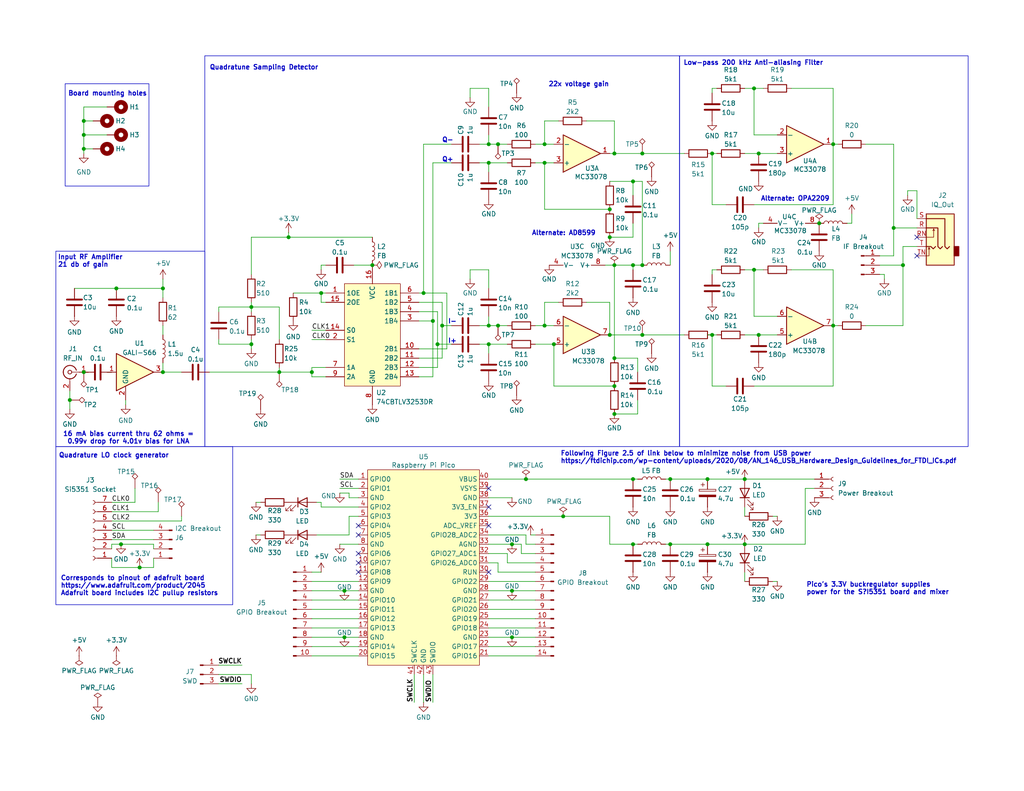
<source format=kicad_sch>
(kicad_sch (version 20231120) (generator "eeschema") (generator_version "8.0")
  (paper "USLetter")
  (title_block (title "VWS HF SDR") (date "2025-02-15") (rev "1") (comment 1 "By Matthew Basanta NE3U") (comment 3 "For build with Vienna Wireless Society") (comment 4 "Manually copied from design by KI3P"))
  (junction (at 139.7 173.99))
  (junction (at 182.88 148.59))
  (junction (at 175.26 41.91))
  (junction (at 133.35 44.45))
  (junction (at 101.6 72.39))
  (junction (at 139.7 161.29))
  (junction (at 38.1 154.94))
  (junction (at 93.98 173.99))
  (junction (at 194.31 91.44))
  (junction (at 44.45 101.6))
  (junction (at 167.64 113.03))
  (junction (at 227.33 88.9))
  (junction (at 243.84 62.23))
  (junction (at 193.04 130.81))
  (junction (at 167.64 97.79))
  (junction (at 22.86 33.02))
  (junction (at 175.26 72.39))
  (junction (at 148.59 88.9))
  (junction (at 118.11 87.63))
  (junction (at 133.35 93.98))
  (junction (at 172.72 148.59))
  (junction (at 22.86 101.6))
  (junction (at 68.58 83.82))
  (junction (at 153.67 140.97))
  (junction (at 166.37 64.77))
  (junction (at 19.05 109.22))
  (junction (at 133.35 88.9))
  (junction (at 135.89 39.37))
  (junction (at 93.98 161.29))
  (junction (at 139.7 148.59))
  (junction (at 172.72 72.39))
  (junction (at 115.57 80.01))
  (junction (at 194.31 41.91))
  (junction (at 22.86 40.64))
  (junction (at 167.64 72.39))
  (junction (at 44.45 78.74))
  (junction (at 133.35 39.37))
  (junction (at 76.2 101.6))
  (junction (at 203.2 148.59))
  (junction (at 172.72 130.81))
  (junction (at 31.75 78.74))
  (junction (at 120.65 88.9))
  (junction (at 203.2 130.81))
  (junction (at 193.04 148.59))
  (junction (at 87.63 80.01))
  (junction (at 148.59 39.37))
  (junction (at 143.51 130.81))
  (junction (at 246.38 72.39))
  (junction (at 22.86 36.83))
  (junction (at 167.64 105.41))
  (junction (at 85.09 101.6))
  (junction (at 119.38 93.98))
  (junction (at 175.26 91.44))
  (junction (at 223.52 60.96))
  (junction (at 205.74 24.13))
  (junction (at 207.01 41.91))
  (junction (at 68.58 93.98))
  (junction (at 166.37 57.15))
  (junction (at 205.74 73.66))
  (junction (at 33.02 148.59))
  (junction (at 78.74 64.77))
  (junction (at 166.37 91.44))
  (junction (at 207.01 91.44))
  (junction (at 172.72 49.53))
  (junction (at 227.33 39.37))
  (junction (at 151.13 93.98))
  (junction (at 182.88 130.81))
  (junction (at 167.64 41.91))
  (junction (at 135.89 88.9))
  (junction (at 148.59 44.45))
  (no_connect (at 133.35 156.21))
  (no_connect (at 250.19 69.85))
  (no_connect (at 97.79 146.05))
  (no_connect (at 97.79 151.13))
  (no_connect (at 133.35 133.35))
  (no_connect (at 97.79 153.67))
  (no_connect (at 133.35 138.43))
  (no_connect (at 133.35 143.51))
  (no_connect (at 97.79 143.51))
  (no_connect (at 97.79 156.21))
  (no_connect (at 250.19 64.77))
  (wire (pts (xy 20.32 78.74) (xy 31.75 78.74)))
  (wire (pts (xy 138.43 151.13) (xy 138.43 153.67)))
  (wire (pts (xy 24.13 101.6) (xy 22.86 101.6)))
  (wire (pts (xy 203.2 156.21) (xy 203.2 158.75)))
  (wire (pts (xy 115.57 184.15) (xy 115.57 191.77)))
  (wire (pts (xy 194.31 41.91) (xy 195.58 41.91)))
  (wire (pts (xy 142.24 148.59) (xy 142.24 151.13)))
  (wire (pts (xy 68.58 85.09) (xy 68.58 83.82)))
  (wire (pts (xy 118.11 184.15) (xy 118.11 191.77)))
  (wire (pts (xy 167.64 72.39) (xy 167.64 97.79)))
  (wire (pts (xy 194.31 25.4) (xy 194.31 24.13)))
  (wire (pts (xy 68.58 64.77) (xy 78.74 64.77)))
  (wire (pts (xy 44.45 99.06) (xy 44.45 101.6)))
  (wire (pts (xy 133.35 44.45) (xy 138.43 44.45)))
  (wire (pts (xy 143.51 130.81) (xy 172.72 130.81)))
  (wire (pts (xy 139.7 161.29) (xy 146.05 161.29)))
  (wire (pts (xy 85.09 90.17) (xy 88.9 90.17)))
  (wire (pts (xy 166.37 91.44) (xy 175.26 91.44)))
  (wire (pts (xy 115.57 39.37) (xy 115.57 80.01)))
  (wire (pts (xy 143.51 146.05) (xy 143.51 148.59)))
  (wire (pts (xy 148.59 39.37) (xy 151.13 39.37)))
  (wire (pts (xy 119.38 85.09) (xy 114.3 85.09)))
  (wire (pts (xy 78.74 63.5) (xy 78.74 64.77)))
  (wire (pts (xy 38.1 154.94) (xy 41.91 154.94)))
  (wire (pts (xy 246.38 67.31) (xy 250.19 67.31)))
  (wire (pts (xy 212.09 36.83) (xy 205.74 36.83)))
  (wire (pts (xy 246.38 72.39) (xy 246.38 67.31)))
  (wire (pts (xy 212.09 86.36) (xy 205.74 86.36)))
  (wire (pts (xy 173.99 109.22) (xy 173.99 113.03)))
  (wire (pts (xy 68.58 93.98) (xy 68.58 92.71)))
  (wire (pts (xy 133.35 29.21) (xy 133.35 24.13)))
  (wire (pts (xy 205.74 73.66) (xy 208.28 73.66)))
  (wire (pts (xy 76.2 100.33) (xy 76.2 101.6)))
  (wire (pts (xy 135.89 156.21) (xy 146.05 156.21)))
  (wire (pts (xy 227.33 39.37) (xy 228.6 39.37)))
  (wire (pts (xy 95.25 134.62) (xy 95.25 135.89)))
  (wire (pts (xy 133.35 146.05) (xy 143.51 146.05)))
  (wire (pts (xy 133.35 158.75) (xy 146.05 158.75)))
  (wire (pts (xy 173.99 113.03) (xy 167.64 113.03)))
  (wire (pts (xy 86.36 137.16) (xy 87.63 137.16)))
  (wire (pts (xy 30.48 149.86) (xy 30.48 148.59)))
  (wire (pts (xy 148.59 82.55) (xy 148.59 88.9)))
  (wire (pts (xy 130.81 88.9) (xy 133.35 88.9)))
  (wire (pts (xy 31.75 78.74) (xy 44.45 78.74)))
  (wire (pts (xy 69.85 146.05) (xy 71.12 146.05)))
  (wire (pts (xy 130.81 39.37) (xy 133.35 39.37)))
  (wire (pts (xy 115.57 80.01) (xy 121.92 80.01)))
  (wire (pts (xy 151.13 93.98) (xy 151.13 105.41)))
  (wire (pts (xy 25.4 33.02) (xy 22.86 33.02)))
  (wire (pts (xy 194.31 24.13) (xy 195.58 24.13)))
  (wire (pts (xy 22.86 33.02) (xy 22.86 36.83)))
  (wire (pts (xy 121.92 95.25) (xy 121.92 80.01)))
  (wire (pts (xy 88.9 72.39) (xy 87.63 72.39)))
  (wire (pts (xy 133.35 39.37) (xy 135.89 39.37)))
  (wire (pts (xy 133.35 161.29) (xy 139.7 161.29)))
  (wire (pts (xy 85.09 176.53) (xy 97.79 176.53)))
  (wire (pts (xy 30.48 144.78) (xy 41.91 144.78)))
  (wire (pts (xy 172.72 64.77) (xy 166.37 64.77)))
  (wire (pts (xy 250.19 52.07) (xy 247.65 52.07)))
  (wire (pts (xy 210.82 158.75) (xy 212.09 158.75)))
  (wire (pts (xy 203.2 91.44) (xy 207.01 91.44)))
  (wire (pts (xy 88.9 102.87) (xy 85.09 102.87)))
  (wire (pts (xy 205.74 73.66) (xy 203.2 73.66)))
  (wire (pts (xy 30.48 101.6) (xy 29.21 101.6)))
  (wire (pts (xy 30.48 152.4) (xy 30.48 154.94)))
  (wire (pts (xy 59.69 184.15) (xy 68.58 184.15)))
  (wire (pts (xy 85.09 166.37) (xy 97.79 166.37)))
  (wire (pts (xy 115.57 80.01) (xy 114.3 80.01)))
  (wire (pts (xy 247.65 52.07) (xy 247.65 53.34)))
  (wire (pts (xy 133.35 153.67) (xy 135.89 153.67)))
  (wire (pts (xy 227.33 88.9) (xy 228.6 88.9)))
  (wire (pts (xy 175.26 91.44) (xy 186.69 91.44)))
  (wire (pts (xy 194.31 91.44) (xy 195.58 91.44)))
  (wire (pts (xy 243.84 62.23) (xy 243.84 39.37)))
  (wire (pts (xy 30.48 139.7) (xy 43.18 139.7)))
  (wire (pts (xy 166.37 148.59) (xy 172.72 148.59)))
  (wire (pts (xy 19.05 109.22) (xy 19.05 111.76)))
  (wire (pts (xy 205.74 36.83) (xy 205.74 24.13)))
  (wire (pts (xy 152.4 82.55) (xy 148.59 82.55)))
  (wire (pts (xy 133.35 163.83) (xy 146.05 163.83)))
  (wire (pts (xy 205.74 86.36) (xy 205.74 73.66)))
  (wire (pts (xy 207.01 41.91) (xy 212.09 41.91)))
  (wire (pts (xy 172.72 130.81) (xy 173.99 130.81)))
  (wire (pts (xy 198.12 105.41) (xy 194.31 105.41)))
  (wire (pts (xy 133.35 148.59) (xy 139.7 148.59)))
  (wire (pts (xy 182.88 148.59) (xy 193.04 148.59)))
  (wire (pts (xy 166.37 140.97) (xy 166.37 148.59)))
  (wire (pts (xy 88.9 82.55) (xy 87.63 82.55)))
  (wire (pts (xy 92.71 133.35) (xy 97.79 133.35)))
  (wire (pts (xy 95.25 140.97) (xy 95.25 146.05)))
  (wire (pts (xy 175.26 41.91) (xy 186.69 41.91)))
  (wire (pts (xy 181.61 130.81) (xy 182.88 130.81)))
  (wire (pts (xy 148.59 44.45) (xy 151.13 44.45)))
  (wire (pts (xy 172.72 60.96) (xy 172.72 64.77)))
  (wire (pts (xy 59.69 181.61) (xy 66.04 181.61)))
  (wire (pts (xy 133.35 173.99) (xy 139.7 173.99)))
  (wire (pts (xy 119.38 100.33) (xy 119.38 93.98)))
  (wire (pts (xy 135.89 153.67) (xy 135.89 156.21)))
  (wire (pts (xy 87.63 137.16) (xy 87.63 138.43)))
  (wire (pts (xy 25.4 40.64) (xy 22.86 40.64)))
  (wire (pts (xy 205.74 24.13) (xy 203.2 24.13)))
  (wire (pts (xy 133.35 73.66) (xy 128.27 73.66)))
  (wire (pts (xy 41.91 154.94) (xy 41.91 152.4)))
  (wire (pts (xy 68.58 184.15) (xy 68.58 186.69)))
  (wire (pts (xy 118.11 102.87) (xy 118.11 87.63)))
  (wire (pts (xy 205.74 55.88) (xy 227.33 55.88)))
  (wire (pts (xy 133.35 88.9) (xy 135.89 88.9)))
  (wire (pts (xy 33.02 148.59) (xy 41.91 148.59)))
  (wire (pts (xy 160.02 82.55) (xy 166.37 82.55)))
  (wire (pts (xy 166.37 49.53) (xy 172.72 49.53)))
  (wire (pts (xy 85.09 173.99) (xy 93.98 173.99)))
  (wire (pts (xy 167.64 97.79) (xy 173.99 97.79)))
  (wire (pts (xy 43.18 139.7) (xy 43.18 137.16)))
  (wire (pts (xy 144.78 146.05) (xy 146.05 146.05)))
  (wire (pts (xy 205.74 24.13) (xy 208.28 24.13)))
  (wire (pts (xy 172.72 72.39) (xy 175.26 72.39)))
  (wire (pts (xy 232.41 58.42) (xy 232.41 60.96)))
  (wire (pts (xy 59.69 83.82) (xy 59.69 85.09)))
  (wire (pts (xy 151.13 105.41) (xy 167.64 105.41)))
  (wire (pts (xy 19.05 106.68) (xy 19.05 109.22)))
  (wire (pts (xy 49.53 142.24) (xy 49.53 140.97)))
  (wire (pts (xy 29.21 36.83) (xy 22.86 36.83)))
  (wire (pts (xy 120.65 88.9) (xy 123.19 88.9)))
  (wire (pts (xy 118.11 87.63) (xy 118.11 44.45)))
  (wire (pts (xy 93.98 173.99) (xy 97.79 173.99)))
  (wire (pts (xy 133.35 140.97) (xy 153.67 140.97)))
  (wire (pts (xy 142.24 151.13) (xy 146.05 151.13)))
  (wire (pts (xy 85.09 92.71) (xy 88.9 92.71)))
  (wire (pts (xy 68.58 82.55) (xy 68.58 83.82)))
  (wire (pts (xy 139.7 173.99) (xy 146.05 173.99)))
  (wire (pts (xy 227.33 73.66) (xy 227.33 88.9)))
  (wire (pts (xy 85.09 168.91) (xy 97.79 168.91)))
  (wire (pts (xy 222.25 133.35) (xy 219.71 133.35)))
  (wire (pts (xy 118.11 44.45) (xy 123.19 44.45)))
  (wire (pts (xy 87.63 72.39) (xy 87.63 73.66)))
  (wire (pts (xy 133.35 168.91) (xy 146.05 168.91)))
  (wire (pts (xy 236.22 88.9) (xy 246.38 88.9)))
  (wire (pts (xy 193.04 91.44) (xy 194.31 91.44)))
  (wire (pts (xy 96.52 72.39) (xy 101.6 72.39)))
  (wire (pts (xy 44.45 101.6) (xy 49.53 101.6)))
  (wire (pts (xy 93.98 161.29) (xy 97.79 161.29)))
  (wire (pts (xy 85.09 102.87) (xy 85.09 101.6)))
  (wire (pts (xy 135.89 88.9) (xy 138.43 88.9)))
  (wire (pts (xy 44.45 88.9) (xy 44.45 91.44)))
  (wire (pts (xy 133.35 44.45) (xy 133.35 46.99)))
  (wire (pts (xy 78.74 64.77) (xy 101.6 64.77)))
  (wire (pts (xy 166.37 41.91) (xy 167.64 41.91)))
  (wire (pts (xy 85.09 158.75) (xy 97.79 158.75)))
  (wire (pts (xy 172.72 72.39) (xy 172.72 73.66)))
  (wire (pts (xy 166.37 82.55) (xy 166.37 91.44)))
  (wire (pts (xy 215.9 73.66) (xy 227.33 73.66)))
  (wire (pts (xy 130.81 93.98) (xy 133.35 93.98)))
  (wire (pts (xy 133.35 24.13) (xy 128.27 24.13)))
  (wire (pts (xy 87.63 138.43) (xy 97.79 138.43)))
  (wire (pts (xy 243.84 62.23) (xy 250.19 62.23)))
  (wire (pts (xy 194.31 74.93) (xy 194.31 73.66)))
  (wire (pts (xy 152.4 33.02) (xy 148.59 33.02)))
  (wire (pts (xy 120.65 82.55) (xy 114.3 82.55)))
  (wire (pts (xy 69.85 137.16) (xy 71.12 137.16)))
  (wire (pts (xy 87.63 80.01) (xy 88.9 80.01)))
  (wire (pts (xy 175.26 49.53) (xy 175.26 72.39)))
  (wire (pts (xy 165.1 72.39) (xy 167.64 72.39)))
  (wire (pts (xy 114.3 100.33) (xy 119.38 100.33)))
  (wire (pts (xy 243.84 69.85) (xy 240.03 69.85)))
  (wire (pts (xy 95.25 146.05) (xy 86.36 146.05)))
  (wire (pts (xy 148.59 44.45) (xy 148.59 57.15)))
  (wire (pts (xy 76.2 101.6) (xy 85.09 101.6)))
  (wire (pts (xy 167.64 33.02) (xy 167.64 41.91)))
  (wire (pts (xy 203.2 138.43) (xy 203.2 140.97)))
  (wire (pts (xy 128.27 73.66) (xy 128.27 76.2)))
  (wire (pts (xy 194.31 73.66) (xy 195.58 73.66)))
  (wire (pts (xy 85.09 100.33) (xy 88.9 100.33)))
  (wire (pts (xy 205.74 105.41) (xy 227.33 105.41)))
  (wire (pts (xy 76.2 83.82) (xy 76.2 92.71)))
  (wire (pts (xy 133.35 93.98) (xy 138.43 93.98)))
  (wire (pts (xy 22.86 29.21) (xy 22.86 33.02)))
  (wire (pts (xy 114.3 97.79) (xy 120.65 97.79)))
  (wire (pts (xy 29.21 29.21) (xy 22.86 29.21)))
  (wire (pts (xy 59.69 186.69) (xy 66.04 186.69)))
  (wire (pts (xy 92.71 130.81) (xy 97.79 130.81)))
  (wire (pts (xy 232.41 60.96) (xy 231.14 60.96)))
  (wire (pts (xy 133.35 166.37) (xy 146.05 166.37)))
  (wire (pts (xy 133.35 78.74) (xy 133.35 73.66)))
  (wire (pts (xy 41.91 148.59) (xy 41.91 149.86)))
  (wire (pts (xy 30.48 147.32) (xy 41.91 147.32)))
  (wire (pts (xy 30.48 148.59) (xy 33.02 148.59)))
  (wire (pts (xy 173.99 97.79) (xy 173.99 101.6)))
  (wire (pts (xy 119.38 93.98) (xy 123.19 93.98)))
  (wire (pts (xy 207.01 60.96) (xy 208.28 60.96)))
  (wire (pts (xy 128.27 24.13) (xy 128.27 26.67)))
  (wire (pts (xy 210.82 140.97) (xy 212.09 140.97)))
  (wire (pts (xy 240.03 72.39) (xy 246.38 72.39)))
  (wire (pts (xy 172.72 49.53) (xy 175.26 49.53)))
  (wire (pts (xy 44.45 78.74) (xy 44.45 81.28)))
  (wire (pts (xy 120.65 97.79) (xy 120.65 88.9)))
  (wire (pts (xy 85.09 156.21) (xy 87.63 156.21)))
  (wire (pts (xy 227.33 39.37) (xy 227.33 55.88)))
  (wire (pts (xy 133.35 179.07) (xy 146.05 179.07)))
  (wire (pts (xy 85.09 171.45) (xy 97.79 171.45)))
  (wire (pts (xy 207.01 91.44) (xy 212.09 91.44)))
  (wire (pts (xy 160.02 33.02) (xy 167.64 33.02)))
  (wire (pts (xy 30.48 142.24) (xy 49.53 142.24)))
  (wire (pts (xy 198.12 55.88) (xy 194.31 55.88)))
  (wire (pts (xy 22.86 40.64) (xy 22.86 41.91)))
  (wire (pts (xy 85.09 161.29) (xy 93.98 161.29)))
  (wire (pts (xy 85.09 163.83) (xy 97.79 163.83)))
  (wire (pts (xy 241.3 74.93) (xy 240.03 74.93)))
  (wire (pts (xy 172.72 49.53) (xy 172.72 53.34)))
  (wire (pts (xy 30.48 137.16) (xy 36.83 137.16)))
  (wire (pts (xy 181.61 148.59) (xy 182.88 148.59)))
  (wire (pts (xy 172.72 148.59) (xy 173.99 148.59)))
  (wire (pts (xy 36.83 137.16) (xy 36.83 133.35)))
  (wire (pts (xy 114.3 87.63) (xy 118.11 87.63)))
  (wire (pts (xy 57.15 101.6) (xy 76.2 101.6)))
  (wire (pts (xy 133.35 130.81) (xy 143.51 130.81)))
  (wire (pts (xy 153.67 140.97) (xy 166.37 140.97)))
  (wire (pts (xy 243.84 69.85) (xy 243.84 62.23)))
  (wire (pts (xy 135.89 39.37) (xy 138.43 39.37)))
  (wire (pts (xy 85.09 101.6) (xy 85.09 100.33)))
  (wire (pts (xy 138.43 153.67) (xy 146.05 153.67)))
  (wire (pts (xy 34.29 110.49) (xy 34.29 109.22)))
  (wire (pts (xy 246.38 88.9) (xy 246.38 72.39)))
  (wire (pts (xy 182.88 72.39) (xy 182.88 68.58)))
  (wire (pts (xy 167.64 41.91) (xy 175.26 41.91)))
  (wire (pts (xy 87.63 82.55) (xy 87.63 80.01)))
  (wire (pts (xy 59.69 93.98) (xy 68.58 93.98)))
  (wire (pts (xy 30.48 154.94) (xy 38.1 154.94)))
  (wire (pts (xy 227.33 24.13) (xy 227.33 39.37)))
  (wire (pts (xy 133.35 36.83) (xy 133.35 39.37)))
  (wire (pts (xy 146.05 39.37) (xy 148.59 39.37)))
  (wire (pts (xy 148.59 57.15) (xy 166.37 57.15)))
  (wire (pts (xy 194.31 55.88) (xy 194.31 41.91)))
  (wire (pts (xy 85.09 179.07) (xy 97.79 179.07)))
  (wire (pts (xy 80.01 80.01) (xy 87.63 80.01)))
  (wire (pts (xy 203.2 148.59) (xy 219.71 148.59)))
  (wire (pts (xy 143.51 148.59) (xy 146.05 148.59)))
  (wire (pts (xy 241.3 74.93) (xy 241.3 76.2)))
  (wire (pts (xy 114.3 102.87) (xy 118.11 102.87)))
  (wire (pts (xy 146.05 93.98) (xy 151.13 93.98)))
  (wire (pts (xy 250.19 59.69) (xy 250.19 52.07)))
  (wire (pts (xy 148.59 33.02) (xy 148.59 39.37)))
  (wire (pts (xy 68.58 95.25) (xy 68.58 93.98)))
  (wire (pts (xy 130.81 44.45) (xy 133.35 44.45)))
  (wire (pts (xy 133.35 151.13) (xy 138.43 151.13)))
  (wire (pts (xy 139.7 148.59) (xy 142.24 148.59)))
  (wire (pts (xy 148.59 88.9) (xy 151.13 88.9)))
  (wire (pts (xy 59.69 83.82) (xy 68.58 83.82)))
  (wire (pts (xy 207.01 62.23) (xy 207.01 60.96)))
  (wire (pts (xy 95.25 135.89) (xy 97.79 135.89)))
  (wire (pts (xy 92.71 148.59) (xy 97.79 148.59)))
  (wire (pts (xy 203.2 130.81) (xy 222.25 130.81)))
  (wire (pts (xy 92.71 134.62) (xy 95.25 134.62)))
  (wire (pts (xy 182.88 130.81) (xy 193.04 130.81)))
  (wire (pts (xy 194.31 105.41) (xy 194.31 91.44)))
  (wire (pts (xy 113.03 184.15) (xy 113.03 191.77)))
  (wire (pts (xy 119.38 93.98) (xy 119.38 85.09)))
  (wire (pts (xy 120.65 88.9) (xy 120.65 82.55)))
  (wire (pts (xy 133.35 176.53) (xy 146.05 176.53)))
  (wire (pts (xy 133.35 86.36) (xy 133.35 88.9)))
  (wire (pts (xy 68.58 83.82) (xy 76.2 83.82)))
  (wire (pts (xy 44.45 76.2) (xy 44.45 78.74)))
  (wire (pts (xy 193.04 148.59) (xy 203.2 148.59)))
  (wire (pts (xy 123.19 39.37) (xy 115.57 39.37)))
  (wire (pts (xy 59.69 93.98) (xy 59.69 92.71)))
  (wire (pts (xy 243.84 39.37) (xy 236.22 39.37)))
  (wire (pts (xy 68.58 74.93) (xy 68.58 64.77)))
  (wire (pts (xy 133.35 93.98) (xy 133.35 96.52)))
  (wire (pts (xy 193.04 130.81) (xy 203.2 130.81)))
  (wire (pts (xy 219.71 133.35) (xy 219.71 148.59)))
  (wire (pts (xy 133.35 171.45) (xy 146.05 171.45)))
  (wire (pts (xy 146.05 44.45) (xy 148.59 44.45)))
  (wire (pts (xy 146.05 88.9) (xy 148.59 88.9)))
  (wire (pts (xy 227.33 105.41) (xy 227.33 88.9)))
  (wire (pts (xy 114.3 95.25) (xy 121.92 95.25)))
  (wire (pts (xy 215.9 24.13) (xy 227.33 24.13)))
  (wire (pts (xy 22.86 36.83) (xy 22.86 40.64)))
  (wire (pts (xy 203.2 41.91) (xy 207.01 41.91)))
  (wire (pts (xy 133.35 135.89) (xy 139.7 135.89)))
  (wire (pts (xy 97.79 140.97) (xy 95.25 140.97)))
  (wire (pts (xy 167.64 72.39) (xy 172.72 72.39)))
  (rectangle (start 15.24 121.92) (end 63.5 165.1))
  (rectangle (start 185.42 15.24) (end 264.16 121.92))
  (rectangle (start 17.78 22.86) (end 40.64 50.8))
  (rectangle (start 15.24 68.58) (end 55.88 121.92))
  (rectangle (start 55.88 15.24) (end 185.42 121.92))
  (text "Q-" (at 122.174 38.354 0) (effects (font (size 1.27 1.27) (thickness 0.254) (bold yes))))
  (text "Q+" (at 122.174 43.688 0) (effects (font (size 1.27 1.27) (thickness 0.254) (bold yes))))
  (text "Alternate: OPA2209" (at 207.518 54.356 0) (effects (font (size 1.27 1.27) (thickness 0.254) (bold yes)) (justify left)))
  (text "Following Figure 2.5 of link below to minimize noise from USB power\nhttps://ftdichip.com/wp-content/uploads/2020/08/AN_146_USB_Hardware_Design_Guidelines_for_FTDI_ICs.pdf" (at 152.908 124.968 0) (effects (font (size 1.27 1.27) (thickness 0.254) (bold yes)) (justify left)))
  (text "Input RF Amplifier\n21 db of gain" (at 15.748 71.374 0) (effects (font (size 1.27 1.27) (thickness 0.254) (bold yes)) (justify left)))
  (text "22x voltage gain" (at 149.606 23.114 0) (effects (font (size 1.27 1.27) (thickness 0.254) (bold yes)) (justify left)))
  (text "I+" (at 123.444 93.218 0) (effects (font (size 1.27 1.27) (thickness 0.254) (bold yes))))
  (text "Corresponds to pinout of adafruit board\nhttps://www.adafruit.com/product/2045\nAdafruit board includes I2C pullup resistors" (at 16.51 160.02 0) (effects (font (size 1.27 1.27) (thickness 0.254) (bold yes)) (justify left)))
  (text "16 mA bias current thru 62 ohms =\n0.99v drop for 4.01v bias for LNA" (at 35.052 119.634 0) (effects (font (size 1.27 1.27) (thickness 0.254) (bold yes))))
  (text "Quadratune Sampling Detector" (at 57.15 18.542 0) (effects (font (size 1.27 1.27) (thickness 0.254) (bold yes)) (justify left)))
  (text "Quadrature LO clock generator" (at 16.002 124.46 0) (effects (font (size 1.27 1.27) (thickness 0.254) (bold yes)) (justify left)))
  (text "I-" (at 123.444 87.884 0) (effects (font (size 1.27 1.27) (thickness 0.254) (bold yes))))
  (text "Alternate: AD8599" (at 145.034 63.754 0) (effects (font (size 1.27 1.27) (thickness 0.254) (bold yes)) (justify left)))
  (text "Pico's 3.3V buckregulator supplies\npower for the S?I5351 board and mixer" (at 219.964 159.004 0) (effects (font (size 1.27 1.27) (thickness 0.254) (bold yes)) (justify left top)))
  (text "Board mounting holes" (at 18.542 25.654 0) (effects (font (size 1.27 1.27) (thickness 0.254) (bold yes)) (justify left)))
  (text "Low-pass 200 kHz Anti-aliasing Filter" (at 186.436 17.272 0) (effects (font (size 1.27 1.27) (thickness 0.254) (bold yes)) (justify left)))
  (label "SWDIO" (at 118.11 191.77 90) (effects (font (thickness 0.254) (bold yes))))
  (label "SWDIO" (at 66.04 186.69 180) (effects (font (thickness 0.254) (bold yes))))
  (label "CLK1" (at 30.48 139.7 0))
  (label "CLK0" (at 85.09 92.71 0))
  (label "CLK2" (at 30.48 142.24 0))
  (label "SWCLK" (at 113.03 191.77 90) (effects (font (thickness 0.254) (bold yes))))
  (label "SDA" (at 92.71 130.81 0))
  (label "SWCLK" (at 66.04 181.61 180) (effects (font (thickness 0.254) (bold yes))))
  (label "SDA" (at 30.48 147.32 0))
  (label "CLK1" (at 85.09 90.17 0))
  (label "SCL" (at 30.48 144.78 0))
  (label "SCL" (at 92.71 133.35 0))
  (label "CLK0" (at 30.48 137.16 0))
  (symbol (lib_id "power:GND") (at 247.65 53.34 0) (unit 1)
    (property "Reference" "#PWR036" (effects (hide yes)))
    (property "Value" "GND" (at 247.65 57.15 0))
    (property "Description" "Power symbol creates a global label with name \"GND\" , ground" (effects (hide yes)))
  )
  (symbol (lib_id "Amplifier_Operational:MC33078") (at 219.71 88.9 0) (mirror x) (unit 2)
    (property "Reference" "U4" (at 220.98 93.218 0))
    (property "Value" "MC33078" (at 220.726 95.758 0))
    (property "Footprint" "Package_SO:SOIC-8_3.9x4.9mm_P1.27mm" (effects (hide yes)))
    (property "Datasheet" "https://www.onsemi.com/pub/Collateral/MC33078-D.PDF" (effects (hide yes)))
    (property "Description" "Low Noise, Dual Operational Amplifiers, DIP-8/SOIC-8/SSOP-8" (effects (hide yes)))
    (property "Digikey PN" "497-1952-1-ND" (effects (hide yes)))
  )
  (symbol (lib_id "Mechanical:MountingHole_Pad") (at 31.75 36.83 270) (unit 1) (exclude_from_sim yes) (in_bom no)
    (property "Reference" "H3" (at 35.306 36.83 90) (effects (justify left)))
    (property "Value" "MountingHole_Pad" (effects (hide yes)))
    (property "Footprint" "MountingHole:MountingHole_3.2mm_M3_ISO7380_Pad" (effects (hide yes)))
    (property "Description" "Mounting Hole with connection" (effects (hide yes)))
  )
  (symbol (lib_id "power:GND") (at 20.32 86.36 0) (unit 1)
    (property "Reference" "#PWR03" (effects (hide yes)))
    (property "Value" "GND" (at 20.32 90.678 0))
    (property "Description" "Power symbol creates a global label with name \"GND\" , ground" (effects (hide yes)))
  )
  (symbol (lib_id "Connector:TestPoint_Alt") (at 36.83 133.35 0) (unit 1)
    (property "Reference" "TP15" (at 32.004 128.778 0) (effects (justify left)))
    (property "Value" "TP1" (effects (hide yes)))
    (property "Footprint" "TestPoint:TestPoint_THTPad_D2.0mm_Drill1.0mm" (effects (hide yes)))
    (property "Description" "test point (alternative shape)" (effects (hide yes)))
  )
  (symbol (lib_id "power:GND") (at 193.04 138.43 0) (unit 1)
    (property "Reference" "#PWR052" (effects (hide yes)))
    (property "Value" "GND" (at 193.04 142.494 0))
    (property "Description" "Power symbol creates a global label with name \"GND\" , ground" (effects (hide yes)))
  )
  (symbol (lib_id "power:GND") (at 207.01 99.06 0) (unit 1)
    (property "Reference" "#PWR030" (effects (hide yes)))
    (property "Value" "GND" (at 207.01 103.124 0))
    (property "Description" "Power symbol creates a global label with name \"GND\" , ground" (effects (hide yes)))
  )
  (symbol (lib_id "Connector:TestPoint_Alt") (at 177.8 96.52 0) (unit 1)
    (property "Reference" "TP9" (at 173.228 93.98 0) (effects (justify left)))
    (property "Value" "TP1" (effects (hide yes)))
    (property "Footprint" "TestPoint:TestPoint_THTPad_D2.0mm_Drill1.0mm" (effects (hide yes)))
    (property "Description" "test point (alternative shape)" (effects (hide yes)))
  )
  (symbol (lib_id "power:GND") (at 172.72 138.43 0) (unit 1)
    (property "Reference" "#PWR050" (effects (hide yes)))
    (property "Value" "GND" (at 172.72 142.494 0))
    (property "Description" "Power symbol creates a global label with name \"GND\" , ground" (effects (hide yes)))
  )
  (symbol (lib_id "Device:R") (at 68.58 88.9 0) (unit 1)
    (property "Reference" "R3" (at 69.85 87.63 0) (effects (justify left)))
    (property "Value" "510" (at 69.85 90.17 0) (effects (justify left)))
    (property "Footprint" "Resistor_SMD:R_1206_3216Metric_Pad1.30x1.75mm_HandSolder" (effects (hide yes)))
    (property "Description" "Resistor" (effects (hide yes)))
    (property "Digikey PN" "311-510ERCT-ND" (effects (hide yes)))
  )
  (symbol (lib_id "Connector:TestPoint_Alt") (at 43.18 137.16 0) (unit 1)
    (property "Reference" "TP16" (at 38.354 132.588 0) (effects (justify left)))
    (property "Value" "TP1" (effects (hide yes)))
    (property "Footprint" "TestPoint:TestPoint_THTPad_D2.0mm_Drill1.0mm" (effects (hide yes)))
    (property "Description" "test point (alternative shape)" (effects (hide yes)))
  )
  (symbol (lib_id "power:+3.3V") (at 38.1 154.94 0) (unit 1)
    (property "Reference" "#PWR039" (effects (hide yes)))
    (property "Value" "+3.3V" (at 38.1 151.13 0))
    (property "Description" "Power symbol creates a global label with name \"+3.3V\"" (effects (hide yes)))
  )
  (symbol (lib_id "Mechanical:MountingHole_Pad") (at 31.75 29.21 270) (unit 1) (exclude_from_sim yes) (in_bom no)
    (property "Reference" "H1" (at 35.306 29.21 90) (effects (justify left)))
    (property "Value" "MountingHole_Pad" (effects (hide yes)))
    (property "Footprint" "MountingHole:MountingHole_3.2mm_M3_ISO7380_Pad" (effects (hide yes)))
    (property "Description" "Mounting Hole with connection" (effects (hide yes)))
  )
  (symbol (lib_id "power:GND") (at 69.85 137.16 0) (unit 1)
    (property "Reference" "#PWR063" (effects (hide yes)))
    (property "Value" "GND" (at 69.85 141.224 0))
    (property "Description" "Power symbol creates a global label with name \"GND\" , ground" (effects (hide yes)))
  )
  (symbol (lib_id "Device:R") (at 166.37 60.96 180) (unit 1)
    (property "Reference" "R9" (at 167.894 59.69 0) (effects (justify right)))
    (property "Value" "10k" (at 167.894 62.23 0) (effects (justify right)))
    (property "Footprint" "Resistor_SMD:R_1206_3216Metric_Pad1.30x1.75mm_HandSolder" (effects (hide yes)))
    (property "Description" "Resistor" (effects (hide yes)))
    (property "Digikey PN" "311-10KERCT-ND" (effects (hide yes)))
  )
  (symbol (lib_id "power:GND") (at 133.35 104.14 0) (unit 1)
    (property "Reference" "#PWR021" (effects (hide yes)))
    (property "Value" "GND" (at 133.35 107.95 0))
    (property "Description" "Power symbol creates a global label with name \"GND\" , ground" (effects (hide yes)))
  )
  (symbol (lib_id "Device:L") (at 44.45 95.25 0) (unit 1)
    (property "Reference" "L1" (at 45.72 93.9799 0) (effects (justify left)))
    (property "Value" "1.5u" (at 45.72 96.5199 0) (effects (justify left)))
    (property "Footprint" "Inductor_SMD:L_1206_3216Metric_Pad1.42x1.75mm_HandSolder" (effects (hide yes)))
    (property "Description" "Inductor" (effects (hide yes)))
    (property "Digikey PN" "541-ILSB1206ER1R5KCT-ND" (effects (hide yes)))
  )
  (symbol (lib_id "Amplifier_Operational:MC33078") (at 215.9 63.5 270) (unit 3)
    (property "Reference" "U4" (at 215.392 59.182 90))
    (property "Value" "MC33078" (at 215.646 62.992 90))
    (property "Footprint" "Package_SO:SOIC-8_3.9x4.9mm_P1.27mm" (effects (hide yes)))
    (property "Datasheet" "https://www.onsemi.com/pub/Collateral/MC33078-D.PDF" (effects (hide yes)))
    (property "Description" "Low Noise, Dual Operational Amplifiers, DIP-8/SOIC-8/SSOP-8" (effects (hide yes)))
    (property "Digikey PN" "497-1952-1-ND" (effects (hide yes)))
  )
  (symbol (lib_id "power:GND") (at 128.27 76.2 0) (unit 1)
    (property "Reference" "#PWR020" (effects (hide yes)))
    (property "Value" "GND" (at 128.27 80.01 0))
    (property "Description" "Power symbol creates a global label with name \"GND\" , ground" (effects (hide yes)))
  )
  (symbol (lib_id "power:GND") (at 93.98 161.29 0) (unit 1)
    (property "Reference" "#PWR041" (effects (hide yes)))
    (property "Value" "GND" (at 93.98 160.274 0))
    (property "Description" "Power symbol creates a global label with name \"GND\" , ground" (effects (hide yes)))
  )
  (symbol (lib_id "power:GND") (at 87.63 73.66 0) (unit 1)
    (property "Reference" "#PWR08" (effects (hide yes)))
    (property "Value" "GND" (at 87.63 77.47 0))
    (property "Description" "Power symbol creates a global label with name \"GND\" , ground" (effects (hide yes)))
  )
  (symbol (lib_id "power:GND") (at 92.71 148.59 0) (unit 1)
    (property "Reference" "#PWR014" (effects (hide yes)))
    (property "Value" "GND" (at 92.71 152.654 0))
    (property "Description" "Power symbol creates a global label with name \"GND\" , ground" (effects (hide yes)))
  )
  (symbol (lib_id "power:GND") (at 34.29 110.49 0) (unit 1)
    (property "Reference" "#PWR05" (effects (hide yes)))
    (property "Value" "GND" (at 34.29 114.808 0))
    (property "Description" "Power symbol creates a global label with name \"GND\" , ground" (effects (hide yes)))
  )
  (symbol (lib_id "Device:R") (at 166.37 53.34 180) (unit 1)
    (property "Reference" "R8" (at 167.894 52.07 0) (effects (justify right)))
    (property "Value" "10k" (at 167.894 54.61 0) (effects (justify right)))
    (property "Footprint" "Resistor_SMD:R_1206_3216Metric_Pad1.30x1.75mm_HandSolder" (effects (hide yes)))
    (property "Description" "Resistor" (effects (hide yes)))
    (property "Digikey PN" "311-10KERCT-ND" (effects (hide yes)))
  )
  (symbol (lib_id "power:GND") (at 71.12 111.76 0) (unit 1)
    (property "Reference" "#PWR062" (effects (hide yes)))
    (property "Value" "GND" (at 71.12 115.824 0))
    (property "Description" "Power symbol creates a global label with name \"GND\" , ground" (effects (hide yes)))
  )
  (symbol (lib_id "power:GND") (at 172.72 81.28 0) (unit 1)
    (property "Reference" "#PWR026" (effects (hide yes)))
    (property "Value" "GND" (at 172.72 85.344 0))
    (property "Description" "Power symbol creates a global label with name \"GND\" , ground" (effects (hide yes)))
  )
  (symbol (lib_id "Device:L") (at 177.8 130.81 90) (unit 1)
    (property "Reference" "L5" (at 176.276 128.524 90))
    (property "Value" "FB" (at 179.07 128.524 90))
    (property "Footprint" "Inductor_SMD:L_1206_3216Metric_Pad1.42x1.75mm_HandSolder" (effects (hide yes)))
    (property "Description" "Inductor" (effects (hide yes)))
    (property "Digikey PN" "1934-1489-1-ND" (effects (hide yes)))
  )
  (symbol (lib_id "Device:R") (at 199.39 91.44 90) (unit 1)
    (property "Reference" "R21" (at 199.39 86.36 90))
    (property "Value" "5k1" (at 199.39 88.9 90))
    (property "Footprint" "Resistor_SMD:R_1206_3216Metric_Pad1.30x1.75mm_HandSolder" (effects (hide yes)))
    (property "Description" "Resistor" (effects (hide yes)))
    (property "Digikey PN" "311-5.1KERCT-ND" (effects (hide yes)))
  )
  (symbol (lib_id "Device:R") (at 199.39 24.13 90) (unit 1)
    (property "Reference" "R18" (at 199.39 19.05 90))
    (property "Value" "5k1" (at 199.39 21.59 90))
    (property "Footprint" "Resistor_SMD:R_1206_3216Metric_Pad1.30x1.75mm_HandSolder" (effects (hide yes)))
    (property "Description" "Resistor" (effects (hide yes)))
    (property "Digikey PN" "311-5.1KERCT-ND" (effects (hide yes)))
  )
  (symbol (lib_id "power:GND") (at 207.01 49.53 0) (unit 1)
    (property "Reference" "#PWR029" (effects (hide yes)))
    (property "Value" "GND" (at 203.454 51.562 0))
    (property "Description" "Power symbol creates a global label with name \"GND\" , ground" (effects (hide yes)))
  )
  (symbol (lib_id "power:GND") (at 182.88 156.21 0) (unit 1)
    (property "Reference" "#PWR054" (effects (hide yes)))
    (property "Value" "GND" (at 182.88 160.274 0))
    (property "Description" "Power symbol creates a global label with name \"GND\" , ground" (effects (hide yes)))
  )
  (symbol (lib_id "Connector:TestPoint_Alt") (at 140.97 25.4 0) (unit 1)
    (property "Reference" "TP4" (at 136.398 22.86 0) (effects (justify left)))
    (property "Value" "TP1" (effects (hide yes)))
    (property "Footprint" "TestPoint:TestPoint_THTPad_D2.0mm_Drill1.0mm" (effects (hide yes)))
    (property "Description" "test point (alternative shape)" (effects (hide yes)))
  )
  (symbol (lib_id "Device:L") (at 101.6 68.58 0) (unit 1)
    (property "Reference" "L2" (at 102.87 67.3099 0) (effects (justify left)))
    (property "Value" "FB" (at 102.87 69.8499 0) (effects (justify left)))
    (property "Footprint" "Inductor_SMD:L_1206_3216Metric_Pad1.42x1.75mm_HandSolder" (effects (hide yes)))
    (property "Description" "Inductor" (effects (hide yes)))
    (property "Digikey PN" "1934-1489-1-ND" (effects (hide yes)))
  )
  (symbol (lib_id "Connector:Conn_01x03_Pin") (at 234.95 72.39 0) (unit 1)
    (property "Reference" "J4" (at 235.585 64.77 0))
    (property "Value" "IF Breakout" (at 235.585 67.31 0))
    (property "Footprint" "Connector_PinHeader_2.54mm:PinHeader_1x03_P2.54mm_Vertical" (effects (hide yes)))
    (property "Description" "Generic connector, single row, 01x03, script generated" (effects (hide yes)))
    (property "Digikey PN" "2057-RS1-03-G-ND" (effects (hide yes)))
  )
  (symbol (lib_id "Device:R") (at 80.01 83.82 0) (unit 1)
    (property "Reference" "R4" (at 81.534 82.55 0) (effects (justify left)))
    (property "Value" "10k" (at 81.534 85.09 0) (effects (justify left)))
    (property "Footprint" "Resistor_SMD:R_1206_3216Metric_Pad1.30x1.75mm_HandSolder" (effects (hide yes)))
    (property "Description" "Resistor" (effects (hide yes)))
    (property "Digikey PN" "311-10KERCT-ND" (effects (hide yes)))
  )
  (symbol (lib_id "power:GND") (at 223.52 68.58 0) (unit 1)
    (property "Reference" "#PWR034" (effects (hide yes)))
    (property "Value" "GND" (at 223.52 72.39 0))
    (property "Description" "Power symbol creates a global label with name \"GND\" , ground" (effects (hide yes)))
  )
  (symbol (lib_id "Connector:TestPoint_Alt") (at 175.26 91.44 0) (unit 1)
    (property "Reference" "TP10" (at 170.18 89.662 0) (effects (justify left)))
    (property "Value" "TP1" (effects (hide yes)))
    (property "Footprint" "TestPoint:TestPoint_THTPad_D2.0mm_Drill1.0mm" (effects (hide yes)))
    (property "Description" "test point (alternative shape)" (effects (hide yes)))
  )
  (symbol (lib_id "power:GND") (at 115.57 191.77 0) (unit 1)
    (property "Reference" "#PWR043" (effects (hide yes)))
    (property "Value" "GND" (at 115.57 195.834 0))
    (property "Description" "Power symbol creates a global label with name \"GND\" , ground" (effects (hide yes)))
  )
  (symbol (lib_id "power:GND") (at 212.09 140.97 0) (unit 1)
    (property "Reference" "#PWR037" (effects (hide yes)))
    (property "Value" "GND" (at 212.09 145.034 0))
    (property "Description" "Power symbol creates a global label with name \"GND\" , ground" (effects (hide yes)))
  )
  (symbol (lib_id "Device:R") (at 207.01 140.97 270) (unit 1)
    (property "Reference" "R26" (at 207.01 143.256 90))
    (property "Value" "330" (at 207.01 145.796 90))
    (property "Footprint" "Resistor_SMD:R_1206_3216Metric_Pad1.30x1.75mm_HandSolder" (effects (hide yes)))
    (property "Description" "Resistor" (effects (hide yes)))
    (property "Digikey PN" "311-330ERCT-ND" (effects (hide yes)))
  )
  (symbol (lib_id "Connector:Conn_01x10_Pin") (at 80.01 166.37 0) (unit 1)
    (property "Reference" "J5" (at 71.374 164.592 0))
    (property "Value" "GPIO Breakout" (at 71.374 167.132 0))
    (property "Footprint" "Connector_PinHeader_2.54mm:PinHeader_1x10_P2.54mm_Vertical" (effects (hide yes)))
    (property "Description" "Generic connector, single row, 01x10, script generated" (effects (hide yes)))
    (property "Digikey PN" "2057-RS1-10-G-ND" (effects (hide yes)))
  )
  (symbol (lib_id "Device:R") (at 190.5 41.91 90) (unit 1)
    (property "Reference" "R15" (at 190.5 44.958 90))
    (property "Value" "5k1" (at 190.5 47.498 90))
    (property "Footprint" "Resistor_SMD:R_1206_3216Metric_Pad1.30x1.75mm_HandSolder" (effects (hide yes)))
    (property "Description" "Resistor" (effects (hide yes)))
    (property "Digikey PN" "311-5.1KERCT-ND" (effects (hide yes)))
  )
  (symbol (lib_id "Device:R") (at 167.64 109.22 180) (unit 1)
    (property "Reference" "R14" (at 169.164 107.95 0) (effects (justify right)))
    (property "Value" "10k" (at 169.164 110.49 0) (effects (justify right)))
    (property "Footprint" "Resistor_SMD:R_1206_3216Metric_Pad1.30x1.75mm_HandSolder" (effects (hide yes)))
    (property "Description" "Resistor" (effects (hide yes)))
    (property "Digikey PN" "311-10KERCT-ND" (effects (hide yes)))
  )
  (symbol (lib_id "Device:C") (at 59.69 88.9 0) (unit 1)
    (property "Reference" "C6" (at 62.484 87.884 0) (effects (justify left)))
    (property "Value" "0.1u" (at 62.484 90.424 0) (effects (justify left)))
    (property "Footprint" "Capacitor_SMD:C_1206_3216Metric_Pad1.33x1.80mm_HandSolder" (effects (hide yes)))
    (property "Description" "Unpolarized capacitor" (effects (hide yes)))
    (property "Digikey PN" "399-C1206C104K5RACTUCT-ND" (effects (hide yes)))
  )
  (symbol (lib_id "power:GND") (at 140.97 25.4 0) (unit 1)
    (property "Reference" "#PWR016" (effects (hide yes)))
    (property "Value" "GND" (at 140.97 29.464 0))
    (property "Description" "Power symbol creates a global label with name \"GND\" , ground" (effects (hide yes)))
  )
  (symbol (lib_id "power:GND") (at 31.75 86.36 0) (unit 1)
    (property "Reference" "#PWR04" (effects (hide yes)))
    (property "Value" "GND" (at 31.75 90.424 0))
    (property "Description" "Power symbol creates a global label with name \"GND\" , ground" (effects (hide yes)))
  )
  (symbol (lib_id "power:+3.3V") (at 31.75 179.07 0) (unit 1)
    (property "Reference" "#PWR060" (effects (hide yes)))
    (property "Value" "+3.3V" (at 31.75 174.752 0))
    (property "Description" "Power symbol creates a global label with name \"+3.3V\"" (effects (hide yes)))
  )
  (symbol (lib_id "Device:C") (at 201.93 105.41 270) (unit 1)
    (property "Reference" "C21" (at 201.93 108.966 90))
    (property "Value" "105p" (at 201.93 111.506 90))
    (property "Footprint" "Capacitor_SMD:C_1206_3216Metric_Pad1.33x1.80mm_HandSolder" (effects (hide yes)))
    (property "Description" "Unpolarized capacitor" (effects (hide yes)))
    (property "Digikey PN" "399-17651-1-ND" (effects (hide yes)))
  )
  (symbol (lib_id "Device:C") (at 133.35 50.8 0) (unit 1)
    (property "Reference" "C8" (at 135.89 49.784 0) (effects (justify left)))
    (property "Value" "10n" (at 135.89 52.324 0) (effects (justify left)))
    (property "Footprint" "Capacitor_SMD:C_1206_3216Metric_Pad1.33x1.80mm_HandSolder" (effects (hide yes)))
    (property "Description" "Unpolarized capacitor" (effects (hide yes)))
    (property "Digikey PN" "399-C1206C103K5RACTUCT-ND" (effects (hide yes)))
  )
  (symbol (lib_id "Device:L") (at 227.33 60.96 90) (unit 1)
    (property "Reference" "L4" (at 228.092 62.484 90))
    (property "Value" "FB" (at 228.092 65.024 90))
    (property "Footprint" "Inductor_SMD:L_1206_3216Metric_Pad1.42x1.75mm_HandSolder" (effects (hide yes)))
    (property "Description" "Inductor" (effects (hide yes)))
    (property "Digikey PN" "1934-1489-1-ND" (effects (hide yes)))
  )
  (symbol (lib_id "power:GND") (at 139.7 161.29 0) (unit 1)
    (property "Reference" "#PWR047" (effects (hide yes)))
    (property "Value" "GND" (at 139.7 160.02 0))
    (property "Description" "Power symbol creates a global label with name \"GND\" , ground" (effects (hide yes)))
  )
  (symbol (lib_id "power:GND") (at 92.71 134.62 0) (unit 1)
    (property "Reference" "#PWR013" (effects (hide yes)))
    (property "Value" "GND" (at 89.662 135.382 0))
    (property "Description" "Power symbol creates a global label with name \"GND\" , ground" (effects (hide yes)))
  )
  (symbol (lib_id "Device:R") (at 167.64 101.6 180) (unit 1)
    (property "Reference" "R13" (at 169.164 100.33 0) (effects (justify right)))
    (property "Value" "10k" (at 169.164 102.87 0) (effects (justify right)))
    (property "Footprint" "Resistor_SMD:R_1206_3216Metric_Pad1.30x1.75mm_HandSolder" (effects (hide yes)))
    (property "Description" "Resistor" (effects (hide yes)))
    (property "Digikey PN" "311-10KERCT-ND" (effects (hide yes)))
  )
  (symbol (lib_id "VWS_SDR:74CBTLV3253") (at 101.6 91.44 0) (unit 1)
    (property "Reference" "U2" (at 102.616 107.188 0) (effects (justify left)))
    (property "Value" "74CBTLV3253DR" (at 102.616 109.728 0) (effects (justify left)))
    (property "Footprint" "Package_SO:SOIC-16_3.9x9.9mm_P1.27mm" (effects (hide yes)))
    (property "Digikey PN" "296-9132-1-ND" (effects (hide yes)))
  )
  (symbol (lib_id "power:PWR_FLAG") (at 101.6 72.39 270) (unit 1)
    (property "Reference" "#FLG08" (effects (hide yes)))
    (property "Value" "PWR_FLAG" (at 104.648 72.39 90) (effects (justify left)))
    (property "Description" "Special symbol for telling ERC where power comes from" (effects (hide yes)))
  )
  (symbol (lib_id "Device:R") (at 232.41 88.9 90) (unit 1)
    (property "Reference" "R24" (at 232.41 83.82 90))
    (property "Value" "0" (at 232.41 86.36 90))
    (property "Footprint" "Resistor_SMD:R_1206_3216Metric_Pad1.30x1.75mm_HandSolder" (effects (hide yes)))
    (property "Description" "Resistor" (effects (hide yes)))
    (property "Digikey PN" "311-0.0ERCT-ND" (effects (hide yes)))
  )
  (symbol (lib_id "Device:LED") (at 203.2 152.4 90) (unit 1)
    (property "Reference" "D2" (at 205.486 149.86 90) (effects (justify right)))
    (property "Value" "LED" (at 205.486 152.4634 90) (effects (justify right)))
    (property "Footprint" "LED_SMD:LED_1206_3216Metric_Pad1.42x1.75mm_HandSolder" (effects (hide yes)))
    (property "Description" "Light emitting diode" (effects (hide yes)))
    (property "Digikey PN" "732-4988-1-ND" (effects (hide yes)))
  )
  (symbol (lib_id "Device:C") (at 173.99 105.41 0) (unit 1)
    (property "Reference" "C16" (at 176.53 104.394 0) (effects (justify left)))
    (property "Value" "0.1u" (at 176.53 106.934 0) (effects (justify left)))
    (property "Footprint" "Capacitor_SMD:C_1206_3216Metric_Pad1.33x1.80mm_HandSolder" (effects (hide yes)))
    (property "Description" "Unpolarized capacitor" (effects (hide yes)))
    (property "Digikey PN" "399-C1206C104K5RACTUCT-ND" (effects (hide yes)))
  )
  (symbol (lib_id "Device:C_Polarized") (at 193.04 152.4 0) (unit 1)
    (property "Reference" "C30" (at 195.834 151.384 0) (effects (justify left)))
    (property "Value" "4.7u" (at 195.834 153.924 0) (effects (justify left)))
    (property "Footprint" "Capacitor_THT:CP_Radial_D5.0mm_P2.00mm" (effects (hide yes)))
    (property "Description" "Polarized capacitor" (effects (hide yes)))
    (property "Digikey PN" "399-ESW475M025AC3AA-ND" (effects (hide yes)))
  )
  (symbol (lib_id "Connector:Conn_01x07_Socket") (at 25.4 144.78 180) (unit 1)
    (property "Reference" "J3" (at 24.638 131.064 0))
    (property "Value" "Si5351 Socket" (at 24.638 133.604 0))
    (property "Footprint" "VWS_SDR:Adafruit_Si5351" (effects (hide yes)))
    (property "Description" "Generic connector, single row, 01x07, script generated" (effects (hide yes)))
    (property "Digikey PN" "1528-1206-ND" (effects (hide yes)))
  )
  (symbol (lib_id "Amplifier_Operational:MC33078") (at 158.75 41.91 0) (mirror x) (unit 1)
    (property "Reference" "U3" (at 161.544 45.974 0))
    (property "Value" "MC33078" (at 161.29 48.26 0))
    (property "Footprint" "Package_SO:SOIC-8_3.9x4.9mm_P1.27mm" (effects (hide yes)))
    (property "Datasheet" "https://www.onsemi.com/pub/Collateral/MC33078-D.PDF" (effects (hide yes)))
    (property "Description" "Low Noise, Dual Operational Amplifiers, DIP-8/SOIC-8/SSOP-8" (effects (hide yes)))
    (property "Digikey PN" "497-1952-1-ND" (effects (hide yes)))
  )
  (symbol (lib_id "Connector_Audio:AudioJack3_SwitchTR") (at 255.27 62.23 0) (mirror y) (unit 1)
    (property "Reference" "J2" (at 257.175 53.34 0))
    (property "Value" "IQ_Out" (at 257.175 55.88 0))
    (property "Footprint" "Connector_Audio:Jack_3.5mm_CUI_SJ1-3515N_Horizontal" (effects (hide yes)))
    (property "Description" "Audio Jack, 3 Poles (Stereo / TRS), Switched TR Poles (Normalling)" (effects (hide yes)))
    (property "Digikey PN" "CP1-3515N-ND" (effects (hide yes)))
  )
  (symbol (lib_id "power:PWR_FLAG") (at 143.51 130.81 0) (unit 1)
    (property "Reference" "#FLG06" (effects (hide yes)))
    (property "Value" "PWR_FLAG" (at 143.51 127 0))
    (property "Description" "Special symbol for telling ERC where power comes from" (effects (hide yes)))
  )
  (symbol (lib_id "power:+3.3V") (at 78.74 63.5 0) (unit 1)
    (property "Reference" "#PWR09" (effects (hide yes)))
    (property "Value" "+3.3V" (at 78.74 59.69 0))
    (property "Description" "Power symbol creates a global label with name \"+3.3V\"" (effects (hide yes)))
  )
  (symbol (lib_id "Device:C") (at 127 44.45 90) (unit 1)
    (property "Reference" "C10" (at 125.73 51.054 0) (effects (justify left)))
    (property "Value" "1u" (at 128.27 49.784 0) (effects (justify left)))
    (property "Footprint" "Capacitor_SMD:C_1206_3216Metric_Pad1.33x1.80mm_HandSolder" (effects (hide yes)))
    (property "Description" "Unpolarized capacitor" (effects (hide yes)))
    (property "Digikey PN" "399-C1206C105K3RACTUCT-ND" (effects (hide yes)))
  )
  (symbol (lib_id "Connector:TestPoint_Alt") (at 135.89 88.9 180) (unit 1)
    (property "Reference" "TP7" (at 140.462 91.44 0) (effects (justify left)))
    (property "Value" "TP1" (effects (hide yes)))
    (property "Footprint" "TestPoint:TestPoint_THTPad_D2.0mm_Drill1.0mm" (effects (hide yes)))
    (property "Description" "test point (alternative shape)" (effects (hide yes)))
  )
  (symbol (lib_id "Device:R") (at 142.24 88.9 90) (unit 1)
    (property "Reference" "R10" (at 142.24 83.82 90))
    (property "Value" "100" (at 142.24 86.36 90))
    (property "Footprint" "Resistor_SMD:R_1206_3216Metric_Pad1.30x1.75mm_HandSolder" (effects (hide yes)))
    (property "Description" "Resistor" (effects (hide yes)))
    (property "Digikey PN" "311-100ERCT-ND" (effects (hide yes)))
  )
  (symbol (lib_id "Device:C") (at 133.35 100.33 0) (unit 1)
    (property "Reference" "C15" (at 135.89 99.314 0) (effects (justify left)))
    (property "Value" "10n" (at 135.89 101.854 0) (effects (justify left)))
    (property "Footprint" "Capacitor_SMD:C_1206_3216Metric_Pad1.33x1.80mm_HandSolder" (effects (hide yes)))
    (property "Description" "Unpolarized capacitor" (effects (hide yes)))
    (property "Digikey PN" "399-C1206C103K5RACTUCT-ND" (effects (hide yes)))
  )
  (symbol (lib_id "Device:R") (at 68.58 78.74 0) (unit 1)
    (property "Reference" "R2" (at 69.85 77.47 0) (effects (justify left)))
    (property "Value" "510" (at 69.85 80.01 0) (effects (justify left)))
    (property "Footprint" "Resistor_SMD:R_1206_3216Metric_Pad1.30x1.75mm_HandSolder" (effects (hide yes)))
    (property "Description" "Resistor" (effects (hide yes)))
    (property "Digikey PN" "311-510ERCT-ND" (effects (hide yes)))
  )
  (symbol (lib_id "power:GND") (at 166.37 64.77 0) (unit 1)
    (property "Reference" "#PWR019" (effects (hide yes)))
    (property "Value" "GND" (at 163.068 67.056 0))
    (property "Description" "Power symbol creates a global label with name \"GND\" , ground" (effects (hide yes)))
  )
  (symbol (lib_id "power:PWR_FLAG") (at 31.75 179.07 180) (unit 1)
    (property "Reference" "#FLG03" (effects (hide yes)))
    (property "Value" "PWR_FLAG" (at 31.75 183.134 0))
    (property "Description" "Special symbol for telling ERC where power comes from" (effects (hide yes)))
  )
  (symbol (lib_id "Connector:TestPoint_Alt") (at 140.97 107.95 0) (unit 1)
    (property "Reference" "TP8" (at 136.398 105.41 0) (effects (justify left)))
    (property "Value" "TP1" (effects (hide yes)))
    (property "Footprint" "TestPoint:TestPoint_THTPad_D2.0mm_Drill1.0mm" (effects (hide yes)))
    (property "Description" "test point (alternative shape)" (effects (hide yes)))
  )
  (symbol (lib_id "Device:R") (at 232.41 39.37 90) (unit 1)
    (property "Reference" "R20" (at 232.41 34.29 90))
    (property "Value" "0" (at 232.41 36.83 90))
    (property "Footprint" "Resistor_SMD:R_1206_3216Metric_Pad1.30x1.75mm_HandSolder" (effects (hide yes)))
    (property "Description" "Resistor" (effects (hide yes)))
    (property "Digikey PN" "311-0.0ERCT-ND" (effects (hide yes)))
  )
  (symbol (lib_id "power:GND") (at 93.98 173.99 0) (unit 1)
    (property "Reference" "#PWR042" (effects (hide yes)))
    (property "Value" "GND" (at 93.98 172.72 0))
    (property "Description" "Power symbol creates a global label with name \"GND\" , ground" (effects (hide yes)))
  )
  (symbol (lib_id "power:+5V") (at 182.88 68.58 0) (unit 1)
    (property "Reference" "#PWR027" (effects (hide yes)))
    (property "Value" "+5V" (at 182.88 64.262 0))
    (property "Description" "Power symbol creates a global label with name \"+5V\"" (effects (hide yes)))
  )
  (symbol (lib_id "Device:C") (at 194.31 78.74 0) (unit 1)
    (property "Reference" "C23" (at 196.85 77.724 0) (effects (justify left)))
    (property "Value" "10u" (at 196.85 80.264 0) (effects (justify left)))
    (property "Footprint" "Capacitor_SMD:C_1206_3216Metric_Pad1.33x1.80mm_HandSolder" (effects (hide yes)))
    (property "Description" "Unpolarized capacitor" (effects (hide yes)))
    (property "Digikey PN" "399-C1206C106K4RACTUCT-ND" (effects (hide yes)))
  )
  (symbol (lib_id "Device:R") (at 142.24 93.98 90) (unit 1)
    (property "Reference" "R11" (at 142.24 96.774 90))
    (property "Value" "100" (at 142.24 99.314 90))
    (property "Footprint" "Resistor_SMD:R_1206_3216Metric_Pad1.30x1.75mm_HandSolder" (effects (hide yes)))
    (property "Description" "Resistor" (effects (hide yes)))
    (property "Digikey PN" "311-100ERCT-ND" (effects (hide yes)))
  )
  (symbol (lib_id "power:GND") (at 101.6 110.49 0) (unit 1)
    (property "Reference" "#PWR010" (effects (hide yes)))
    (property "Value" "GND" (at 101.6 114.554 0))
    (property "Description" "Power symbol creates a global label with name \"GND\" , ground" (effects (hide yes)))
  )
  (symbol (lib_id "Connector:TestPoint_Alt") (at 175.26 41.91 0) (unit 1)
    (property "Reference" "TP5" (at 170.688 39.37 0) (effects (justify left)))
    (property "Value" "TP1" (effects (hide yes)))
    (property "Footprint" "TestPoint:TestPoint_THTPad_D2.0mm_Drill1.0mm" (effects (hide yes)))
    (property "Description" "test point (alternative shape)" (effects (hide yes)))
  )
  (symbol (lib_id "power:GND") (at 172.72 156.21 0) (unit 1)
    (property "Reference" "#PWR053" (effects (hide yes)))
    (property "Value" "GND" (at 172.72 160.274 0))
    (property "Description" "Power symbol creates a global label with name \"GND\" , ground" (effects (hide yes)))
  )
  (symbol (lib_id "Device:R") (at 207.01 158.75 270) (unit 1)
    (property "Reference" "R27" (at 207.01 161.036 90))
    (property "Value" "330" (at 207.01 163.576 90))
    (property "Footprint" "Resistor_SMD:R_1206_3216Metric_Pad1.30x1.75mm_HandSolder" (effects (hide yes)))
    (property "Description" "Resistor" (effects (hide yes)))
    (property "Digikey PN" "311-330ERCT-ND" (effects (hide yes)))
  )
  (symbol (lib_id "Device:C") (at 223.52 64.77 0) (unit 1)
    (property "Reference" "C24" (at 217.424 66.294 0) (effects (justify left)))
    (property "Value" "0.1u" (at 217.424 68.834 0) (effects (justify left)))
    (property "Footprint" "Capacitor_SMD:C_1206_3216Metric_Pad1.33x1.80mm_HandSolder" (effects (hide yes)))
    (property "Description" "Unpolarized capacitor" (effects (hide yes)))
    (property "Digikey PN" "399-C1206C104K5RACTUCT-ND" (effects (hide yes)))
  )
  (symbol (lib_id "Connector:Conn_01x03_Socket") (at 227.33 133.35 0) (unit 1)
    (property "Reference" "J9" (at 228.6 132.0799 0) (effects (justify left)))
    (property "Value" "Power Breakout" (at 228.6 134.6199 0) (effects (justify left)))
    (property "Footprint" "Connector_PinHeader_2.54mm:PinHeader_1x03_P2.54mm_Vertical" (effects (hide yes)))
    (property "Description" "Generic connector, single row, 01x03, script generated" (effects (hide yes)))
    (property "Digikey PN" "2057-RS1-03-G-ND" (effects (hide yes)))
  )
  (symbol (lib_id "power:GND") (at 139.7 135.89 0) (unit 1)
    (property "Reference" "#PWR045" (effects (hide yes)))
    (property "Value" "GND" (at 143.256 136.906 0))
    (property "Description" "Power symbol creates a global label with name \"GND\" , ground" (effects (hide yes)))
  )
  (symbol (lib_id "power:GND") (at 139.7 173.99 0) (unit 1)
    (property "Reference" "#PWR048" (effects (hide yes)))
    (property "Value" "GND" (at 139.7 172.72 0))
    (property "Description" "Power symbol creates a global label with name \"GND\" , ground" (effects (hide yes)))
  )
  (symbol (lib_id "Device:R") (at 212.09 73.66 90) (unit 1)
    (property "Reference" "R23" (at 212.344 68.58 90))
    (property "Value" "5k1" (at 212.344 71.12 90))
    (property "Footprint" "Resistor_SMD:R_1206_3216Metric_Pad1.30x1.75mm_HandSolder" (effects (hide yes)))
    (property "Description" "Resistor" (effects (hide yes)))
    (property "Digikey PN" "311-5.1KERCT-ND" (effects (hide yes)))
  )
  (symbol (lib_id "power:GND") (at 133.35 54.61 0) (unit 1)
    (property "Reference" "#PWR018" (effects (hide yes)))
    (property "Value" "GND" (at 133.35 58.42 0))
    (property "Description" "Power symbol creates a global label with name \"GND\" , ground" (effects (hide yes)))
  )
  (symbol (lib_id "Device:C") (at 172.72 134.62 0) (unit 1)
    (property "Reference" "C25" (at 175.26 133.604 0) (effects (justify left)))
    (property "Value" "10n" (at 175.26 136.144 0) (effects (justify left)))
    (property "Footprint" "Capacitor_SMD:C_1206_3216Metric_Pad1.33x1.80mm_HandSolder" (effects (hide yes)))
    (property "Description" "Unpolarized capacitor" (effects (hide yes)))
    (property "Digikey PN" "399-C1206C103K5RACTUCT-ND" (effects (hide yes)))
  )
  (symbol (lib_id "power:GND") (at 128.27 26.67 0) (unit 1)
    (property "Reference" "#PWR015" (effects (hide yes)))
    (property "Value" "GND" (at 128.27 30.48 0))
    (property "Description" "Power symbol creates a global label with name \"GND\" , ground" (effects (hide yes)))
  )
  (symbol (lib_id "Connector:TestPoint_Alt") (at 71.12 111.76 0) (mirror y) (unit 1)
    (property "Reference" "TP19" (at 67.564 107.442 0))
    (property "Value" "TP1" (effects (hide yes)))
    (property "Footprint" "TestPoint:TestPoint_THTPad_D2.0mm_Drill1.0mm" (effects (hide yes)))
    (property "Description" "test point (alternative shape)" (effects (hide yes)))
  )
  (symbol (lib_id "power:GND") (at 177.8 96.52 0) (unit 1)
    (property "Reference" "#PWR024" (effects (hide yes)))
    (property "Value" "GND" (at 177.8 100.584 0))
    (property "Description" "Power symbol creates a global label with name \"GND\" , ground" (effects (hide yes)))
  )
  (symbol (lib_id "power:+3.3V") (at 144.78 146.05 0) (unit 1)
    (property "Reference" "#PWR049" (effects (hide yes)))
    (property "Value" "+3.3V" (at 141.224 143.764 0))
    (property "Description" "Power symbol creates a global label with name \"+3.3V\"" (effects (hide yes)))
  )
  (symbol (lib_id "VWS_SDR:Raspberry Pi Pico") (at 115.57 154.94 0) (unit 1)
    (property "Reference" "U5" (at 115.57 124.714 0))
    (property "Value" "Raspberry Pi Pico" (at 115.57 127 0))
    (property "Footprint" "VWS_SDR:RPi_Pico_SMD_TH" (effects (hide yes)))
    (property "Digikey PN" "2648-SC0915CT-ND" (effects (hide yes)))
  )
  (symbol (lib_id "power:GND") (at 149.86 72.39 0) (unit 1)
    (property "Reference" "#PWR025" (effects (hide yes)))
    (property "Value" "GND" (at 149.86 76.2 0))
    (property "Description" "Power symbol creates a global label with name \"GND\" , ground" (effects (hide yes)))
  )
  (symbol (lib_id "Connector:Conn_01x14_Pin") (at 151.13 161.29 0) (mirror y) (unit 1)
    (property "Reference" "J8" (at 159.004 156.464 0))
    (property "Value" "GPIO Breakout" (at 159.004 159.004 0))
    (property "Footprint" "Connector_PinHeader_2.54mm:PinHeader_1x14_P2.54mm_Vertical" (effects (hide yes)))
    (property "Description" "Generic connector, single row, 01x14, script generated" (effects (hide yes)))
    (property "Digikey PN" "2057-RS1-14-G-ND" (effects (hide yes)))
  )
  (symbol (lib_id "Device:C") (at 207.01 45.72 0) (unit 1)
    (property "Reference" "C19" (at 209.55 44.704 0) (effects (justify left)))
    (property "Value" "180p" (at 209.55 47.244 0) (effects (justify left)))
    (property "Footprint" "Capacitor_SMD:C_1206_3216Metric_Pad1.33x1.80mm_HandSolder" (effects (hide yes)))
    (property "Description" "Unpolarized capacitor" (effects (hide yes)))
    (property "Digikey PN" "311-4412-1-ND" (effects (hide yes)))
  )
  (symbol (lib_id "power:GND") (at 140.97 107.95 0) (unit 1)
    (property "Reference" "#PWR022" (effects (hide yes)))
    (property "Value" "GND" (at 140.97 112.014 0))
    (property "Description" "Power symbol creates a global label with name \"GND\" , ground" (effects (hide yes)))
  )
  (symbol (lib_id "Device:C") (at 20.32 82.55 180) (unit 1)
    (property "Reference" "C3" (at 22.606 81.28 0) (effects (justify right)))
    (property "Value" "10u" (at 22.606 83.82 0) (effects (justify right)))
    (property "Footprint" "Capacitor_SMD:C_1206_3216Metric_Pad1.33x1.80mm_HandSolder" (effects (hide yes)))
    (property "Description" "Unpolarized capacitor" (effects (hide yes)))
    (property "Digikey PN" "399-C1206C106K4RACTUCT-ND" (effects (hide yes)))
  )
  (symbol (lib_id "power:GND") (at 207.01 62.23 0) (unit 1)
    (property "Reference" "#PWR033" (effects (hide yes)))
    (property "Value" "GND" (at 207.01 66.04 0))
    (property "Description" "Power symbol creates a global label with name \"GND\" , ground" (effects (hide yes)))
  )
  (symbol (lib_id "Device:LED") (at 82.55 137.16 0) (unit 1)
    (property "Reference" "D3" (at 84.328 139.7 0) (effects (justify right)))
    (property "Value" "LED" (at 84.328 142.24 0) (effects (justify right)))
    (property "Footprint" "LED_SMD:LED_1206_3216Metric_Pad1.42x1.75mm_HandSolder" (effects (hide yes)))
    (property "Description" "Light emitting diode" (effects (hide yes)))
    (property "Digikey PN" "732-4990-1-ND" (effects (hide yes)))
  )
  (symbol (lib_id "power:GND") (at 241.3 76.2 0) (unit 1)
    (property "Reference" "#PWR035" (effects (hide yes)))
    (property "Value" "GND" (at 241.3 80.01 0))
    (property "Description" "Power symbol creates a global label with name \"GND\" , ground" (effects (hide yes)))
  )
  (symbol (lib_id "power:GND") (at 139.7 148.59 0) (unit 1)
    (property "Reference" "#PWR046" (effects (hide yes)))
    (property "Value" "GND" (at 139.7 147.32 0))
    (property "Description" "Power symbol creates a global label with name \"GND\" , ground" (effects (hide yes)))
  )
  (symbol (lib_id "Device:C") (at 26.67 101.6 90) (unit 1)
    (property "Reference" "C1" (at 26.67 95.25 90))
    (property "Value" "0.1u" (at 26.67 97.79 90))
    (property "Footprint" "Capacitor_SMD:C_1206_3216Metric_Pad1.33x1.80mm_HandSolder" (effects (hide yes)))
    (property "Description" "Unpolarized capacitor" (effects (hide yes)))
    (property "Digikey PN" "399-C1206C104K5RACTUCT-ND" (effects (hide yes)))
  )
  (symbol (lib_id "Mechanical:MountingHole_Pad") (at 27.94 33.02 270) (unit 1) (exclude_from_sim yes) (in_bom no)
    (property "Reference" "H2" (at 31.496 33.02 90) (effects (justify left)))
    (property "Value" "MountingHole_Pad" (effects (hide yes)))
    (property "Footprint" "MountingHole:MountingHole_3.2mm_M3_ISO7380_Pad" (effects (hide yes)))
    (property "Description" "Mounting Hole with connection" (effects (hide yes)))
  )
  (symbol (lib_id "Device:LED") (at 203.2 134.62 90) (unit 1)
    (property "Reference" "D1" (at 205.232 132.588 90) (effects (justify right)))
    (property "Value" "LED" (at 205.232 135.128 90) (effects (justify right)))
    (property "Footprint" "LED_SMD:LED_1206_3216Metric_Pad1.42x1.75mm_HandSolder" (effects (hide yes)))
    (property "Description" "Light emitting diode" (effects (hide yes)))
    (property "Digikey PN" "732-4988-1-ND" (effects (hide yes)))
  )
  (symbol (lib_id "Device:C") (at 207.01 95.25 0) (unit 1)
    (property "Reference" "C22" (at 209.55 94.234 0) (effects (justify left)))
    (property "Value" "180p" (at 209.55 96.774 0) (effects (justify left)))
    (property "Footprint" "Capacitor_SMD:C_1206_3216Metric_Pad1.33x1.80mm_HandSolder" (effects (hide yes)))
    (property "Description" "Unpolarized capacitor" (effects (hide yes)))
    (property "Digikey PN" "311-4412-1-ND" (effects (hide yes)))
  )
  (symbol (lib_id "power:GND") (at 19.05 111.76 0) (unit 1)
    (property "Reference" "#PWR01" (effects (hide yes)))
    (property "Value" "GND" (at 19.05 115.824 0))
    (property "Description" "Power symbol creates a global label with name \"GND\" , ground" (effects (hide yes)))
  )
  (symbol (lib_id "power:+5V") (at 203.2 130.81 0) (unit 1)
    (property "Reference" "#PWR057" (effects (hide yes)))
    (property "Value" "+5V" (at 199.898 128.778 0))
    (property "Description" "Power symbol creates a global label with name \"+5V\"" (effects (hide yes)))
  )
  (symbol (lib_id "Connector:TestPoint_Alt") (at 135.89 39.37 180) (unit 1)
    (property "Reference" "TP3" (at 140.462 41.91 0) (effects (justify left)))
    (property "Value" "TP1" (effects (hide yes)))
    (property "Footprint" "TestPoint:TestPoint_THTPad_D2.0mm_Drill1.0mm" (effects (hide yes)))
    (property "Description" "test point (alternative shape)" (effects (hide yes)))
  )
  (symbol (lib_id "Device:C") (at 172.72 152.4 0) (unit 1)
    (property "Reference" "C28" (at 175.26 151.384 0) (effects (justify left)))
    (property "Value" "10n" (at 175.26 153.924 0) (effects (justify left)))
    (property "Footprint" "Capacitor_SMD:C_1206_3216Metric_Pad1.33x1.80mm_HandSolder" (effects (hide yes)))
    (property "Description" "Unpolarized capacitor" (effects (hide yes)))
    (property "Digikey PN" "399-C1206C103K5RACTUCT-ND" (effects (hide yes)))
  )
  (symbol (lib_id "power:GND") (at 80.01 87.63 0) (unit 1)
    (property "Reference" "#PWR012" (effects (hide yes)))
    (property "Value" "GND" (at 80.01 91.948 0))
    (property "Description" "Power symbol creates a global label with name \"GND\" , ground" (effects (hide yes)))
  )
  (symbol (lib_id "power:+5V") (at 44.45 76.2 0) (unit 1)
    (property "Reference" "#PWR02" (effects (hide yes)))
    (property "Value" "+5V" (at 44.45 71.882 0))
    (property "Description" "Power symbol creates a global label with name \"+5V\"" (effects (hide yes)))
  )
  (symbol (lib_id "Connector:TestPoint_Alt") (at 177.8 48.26 0) (unit 1)
    (property "Reference" "TP6" (at 173.228 45.72 0) (effects (justify left)))
    (property "Value" "TP1" (effects (hide yes)))
    (property "Footprint" "TestPoint:TestPoint_THTPad_D2.0mm_Drill1.0mm" (effects (hide yes)))
    (property "Description" "test point (alternative shape)" (effects (hide yes)))
  )
  (symbol (lib_id "Device:R") (at 199.39 73.66 90) (unit 1)
    (property "Reference" "R22" (at 199.39 68.58 90))
    (property "Value" "5k1" (at 199.39 71.12 90))
    (property "Footprint" "Resistor_SMD:R_1206_3216Metric_Pad1.30x1.75mm_HandSolder" (effects (hide yes)))
    (property "Description" "Resistor" (effects (hide yes)))
    (property "Digikey PN" "311-5.1KERCT-ND" (effects (hide yes)))
  )
  (symbol (lib_id "Device:C") (at 194.31 29.21 0) (unit 1)
    (property "Reference" "C18" (at 196.85 28.194 0) (effects (justify left)))
    (property "Value" "10u" (at 196.85 30.734 0) (effects (justify left)))
    (property "Footprint" "Capacitor_SMD:C_1206_3216Metric_Pad1.33x1.80mm_HandSolder" (effects (hide yes)))
    (property "Description" "Unpolarized capacitor" (effects (hide yes)))
    (property "Digikey PN" "399-C1206C106K4RACTUCT-ND" (effects (hide yes)))
  )
  (symbol (lib_id "power:PWR_FLAG") (at 167.64 72.39 0) (unit 1)
    (property "Reference" "#FLG04" (effects (hide yes)))
    (property "Value" "PWR_FLAG" (at 167.64 68.58 0))
    (property "Description" "Special symbol for telling ERC where power comes from" (effects (hide yes)))
  )
  (symbol (lib_id "Device:C") (at 182.88 134.62 0) (unit 1)
    (property "Reference" "C26" (at 185.42 133.604 0) (effects (justify left)))
    (property "Value" "0.1u" (at 185.42 136.144 0) (effects (justify left)))
    (property "Footprint" "Capacitor_SMD:C_1206_3216Metric_Pad1.33x1.80mm_HandSolder" (effects (hide yes)))
    (property "Description" "Unpolarized capacitor" (effects (hide yes)))
    (property "Digikey PN" "399-C1206C104K5RACTUCT-ND" (effects (hide yes)))
  )
  (symbol (lib_id "power:PWR_FLAG") (at 223.52 60.96 0) (unit 1)
    (property "Reference" "#FLG05" (effects (hide yes)))
    (property "Value" "PWR_FLAG" (at 223.52 57.404 0))
    (property "Description" "Special symbol for telling ERC where power comes from" (effects (hide yes)))
  )
  (symbol (lib_id "power:GND") (at 194.31 82.55 0) (unit 1)
    (property "Reference" "#PWR031" (effects (hide yes)))
    (property "Value" "GND" (at 194.31 86.614 0))
    (property "Description" "Power symbol creates a global label with name \"GND\" , ground" (effects (hide yes)))
  )
  (symbol (lib_id "power:GND") (at 33.02 148.59 0) (unit 1)
    (property "Reference" "#PWR011" (effects (hide yes)))
    (property "Value" "GND" (at 33.02 152.654 0))
    (property "Description" "Power symbol creates a global label with name \"GND\" , ground" (effects (hide yes)))
  )
  (symbol (lib_id "Connector:TestPoint_Alt") (at 19.05 109.22 270) (mirror x) (unit 1)
    (property "Reference" "TP2" (at 24.638 110.49 90))
    (property "Value" "TP1" (effects (hide yes)))
    (property "Footprint" "TestPoint:TestPoint_THTPad_D2.0mm_Drill1.0mm" (effects (hide yes)))
    (property "Description" "test point (alternative shape)" (effects (hide yes)))
  )
  (symbol (lib_id "Device:R") (at 199.39 41.91 90) (unit 1)
    (property "Reference" "R17" (at 199.39 36.83 90))
    (property "Value" "5k1" (at 199.39 39.37 90))
    (property "Footprint" "Resistor_SMD:R_1206_3216Metric_Pad1.30x1.75mm_HandSolder" (effects (hide yes)))
    (property "Description" "Resistor" (effects (hide yes)))
    (property "Digikey PN" "311-5.1KERCT-ND" (effects (hide yes)))
  )
  (symbol (lib_id "Device:C") (at 172.72 57.15 0) (unit 1)
    (property "Reference" "C11" (at 175.26 56.134 0) (effects (justify left)))
    (property "Value" "0.1u" (at 175.26 58.674 0) (effects (justify left)))
    (property "Footprint" "Capacitor_SMD:C_1206_3216Metric_Pad1.33x1.80mm_HandSolder" (effects (hide yes)))
    (property "Description" "Unpolarized capacitor" (effects (hide yes)))
    (property "Digikey PN" "399-C1206C104K5RACTUCT-ND" (effects (hide yes)))
  )
  (symbol (lib_id "Device:C") (at 127 39.37 90) (unit 1)
    (property "Reference" "C9" (at 125.73 36.83 0) (effects (justify left)))
    (property "Value" "1u" (at 128.27 36.83 0) (effects (justify left)))
    (property "Footprint" "Capacitor_SMD:C_1206_3216Metric_Pad1.33x1.80mm_HandSolder" (effects (hide yes)))
    (property "Description" "Unpolarized capacitor" (effects (hide yes)))
    (property "Digikey PN" "399-C1206C105K3RACTUCT-ND" (effects (hide yes)))
  )
  (symbol (lib_id "Device:R") (at 156.21 33.02 90) (unit 1)
    (property "Reference" "R5" (at 156.21 27.94 90))
    (property "Value" "2k2" (at 156.21 30.48 90))
    (property "Footprint" "Resistor_SMD:R_1206_3216Metric_Pad1.30x1.75mm_HandSolder" (effects (hide yes)))
    (property "Description" "Resistor" (effects (hide yes)))
    (property "Digikey PN" "311-2.2KERCT-ND" (effects (hide yes)))
  )
  (symbol (lib_id "Connector:TestPoint_Alt") (at 49.53 140.97 0) (unit 1)
    (property "Reference" "TP17" (at 44.704 136.398 0) (effects (justify left)))
    (property "Value" "TP1" (effects (hide yes)))
    (property "Footprint" "TestPoint:TestPoint_THTPad_D2.0mm_Drill1.0mm" (effects (hide yes)))
    (property "Description" "test point (alternative shape)" (effects (hide yes)))
  )
  (symbol (lib_id "power:GND") (at 222.25 135.89 0) (unit 1)
    (property "Reference" "#PWR056" (effects (hide yes)))
    (property "Value" "GND" (at 222.25 139.954 0))
    (property "Description" "Power symbol creates a global label with name \"GND\" , ground" (effects (hide yes)))
  )
  (symbol (lib_id "Mechanical:MountingHole_Pad") (at 27.94 40.64 270) (unit 1) (exclude_from_sim yes) (in_bom no)
    (property "Reference" "H4" (at 31.496 40.64 90) (effects (justify left)))
    (property "Value" "MountingHole_Pad" (effects (hide yes)))
    (property "Footprint" "MountingHole:MountingHole_3.2mm_M3_ISO7380_Pad" (effects (hide yes)))
    (property "Description" "Mounting Hole with connection" (effects (hide yes)))
  )
  (symbol (lib_id "power:PWR_FLAG") (at 153.67 140.97 0) (unit 1)
    (property "Reference" "#FLG07" (effects (hide yes)))
    (property "Value" "PWR_FLAG" (at 153.924 136.906 0))
    (property "Description" "Special symbol for telling ERC where power comes from" (effects (hide yes)))
  )
  (symbol (lib_id "Connector:Conn_01x04_Pin") (at 46.99 149.86 180) (unit 1)
    (property "Reference" "J6" (at 47.752 146.812 0) (effects (justify right)))
    (property "Value" "I2C Breakout" (at 47.752 144.272 0) (effects (justify right)))
    (property "Footprint" "Connector_PinHeader_2.54mm:PinHeader_1x04_P2.54mm_Vertical" (effects (hide yes)))
    (property "Description" "Generic connector, single row, 01x04, script generated" (effects (hide yes)))
    (property "Digikey PN" "2057-RS1-04-G-ND" (effects (hide yes)))
  )
  (symbol (lib_id "Device:L") (at 177.8 148.59 90) (unit 1)
    (property "Reference" "L6" (at 177.8 143.51 90))
    (property "Value" "FB" (at 177.8 146.05 90))
    (property "Footprint" "Inductor_SMD:L_1206_3216Metric_Pad1.42x1.75mm_HandSolder" (effects (hide yes)))
    (property "Description" "Inductor" (effects (hide yes)))
    (property "Digikey PN" "1934-1489-1-ND" (effects (hide yes)))
  )
  (symbol (lib_id "Connector:TestPoint_Alt") (at 76.2 101.6 0) (mirror x) (unit 1)
    (property "Reference" "TP18" (at 76.708 106.426 0) (effects (justify left)))
    (property "Value" "TP1" (effects (hide yes)))
    (property "Footprint" "TestPoint:TestPoint_THTPad_D2.0mm_Drill1.0mm" (effects (hide yes)))
    (property "Description" "test point (alternative shape)" (effects (hide yes)))
  )
  (symbol (lib_id "power:PWR_FLAG") (at 26.67 191.77 0) (unit 1)
    (property "Reference" "#FLG02" (effects (hide yes)))
    (property "Value" "PWR_FLAG" (at 26.67 187.706 0))
    (property "Description" "Special symbol for telling ERC where power comes from" (effects (hide yes)))
  )
  (symbol (lib_id "Amplifier_Operational:MC33078") (at 219.71 39.37 0) (mirror x) (unit 1)
    (property "Reference" "U4" (at 220.98 43.942 0))
    (property "Value" "MC33078" (at 220.98 46.228 0))
    (property "Footprint" "Package_SO:SOIC-8_3.9x4.9mm_P1.27mm" (effects (hide yes)))
    (property "Datasheet" "https://www.onsemi.com/pub/Collateral/MC33078-D.PDF" (effects (hide yes)))
    (property "Description" "Low Noise, Dual Operational Amplifiers, DIP-8/SOIC-8/SSOP-8" (effects (hide yes)))
    (property "Digikey PN" "497-1952-1-ND" (effects (hide yes)))
  )
  (symbol (lib_id "Device:R") (at 142.24 39.37 90) (unit 1)
    (property "Reference" "R6" (at 142.24 34.29 90))
    (property "Value" "100" (at 142.24 36.83 90))
    (property "Footprint" "Resistor_SMD:R_1206_3216Metric_Pad1.30x1.75mm_HandSolder" (effects (hide yes)))
    (property "Description" "Resistor" (effects (hide yes)))
    (property "Digikey PN" "311-100ERCT-ND" (effects (hide yes)))
  )
  (symbol (lib_id "RF_Amplifier:GALI-S66") (at 36.83 101.6 0) (unit 1)
    (property "Reference" "U1" (at 38.1 93.726 0))
    (property "Value" "GALI-S66" (at 38.1 96.266 0))
    (property "Footprint" "Package_TO_SOT_SMD:SOT-89-3" (effects (hide yes)))
    (property "Datasheet" "https://www.minicircuits.com/pdfs/GALI-S66+.pdf" (effects (hide yes)))
    (property "Description" "DC-3000MHz +18.2dB Low Noise Amplifier, SOT-89" (effects (hide yes)))
    (property "Digikey PN" "3157-GALI-S66+CT-ND" (effects (hide yes)))
  )
  (symbol (lib_id "Amplifier_Operational:MC33078") (at 157.48 74.93 270) (unit 3)
    (property "Reference" "U3" (at 157.48 67.31 90))
    (property "Value" "MC33078" (at 157.48 69.85 90))
    (property "Footprint" "Package_SO:SOIC-8_3.9x4.9mm_P1.27mm" (effects (hide yes)))
    (property "Datasheet" "https://www.onsemi.com/pub/Collateral/MC33078-D.PDF" (effects (hide yes)))
    (property "Description" "Low Noise, Dual Operational Amplifiers, DIP-8/SOIC-8/SSOP-8" (effects (hide yes)))
    (property "Digikey PN" "497-1952-1-ND" (effects (hide yes)))
  )
  (symbol (lib_id "power:+5V") (at 87.63 156.21 0) (unit 1)
    (property "Reference" "#PWR040" (effects (hide yes)))
    (property "Value" "+5V" (at 87.63 151.892 0))
    (property "Description" "Power symbol creates a global label with name \"+5V\"" (effects (hide yes)))
  )
  (symbol (lib_id "Device:C_Polarized") (at 193.04 134.62 0) (unit 1)
    (property "Reference" "C27" (at 195.834 133.604 0) (effects (justify left)))
    (property "Value" "4.7u" (at 195.834 136.144 0) (effects (justify left)))
    (property "Footprint" "Capacitor_THT:CP_Radial_D5.0mm_P2.00mm" (effects (hide yes)))
    (property "Description" "Polarized capacitor" (effects (hide yes)))
    (property "Digikey PN" "399-ESW475M025AC3AA-ND" (effects (hide yes)))
  )
  (symbol (lib_id "Connector:Conn_01x03_Pin") (at 54.61 184.15 0) (unit 1)
    (property "Reference" "J7" (at 51.816 183.388 0))
    (property "Value" "SWD" (at 51.816 185.928 0))
    (property "Footprint" "Connector_PinHeader_2.54mm:PinHeader_1x03_P2.54mm_Vertical" (effects (hide yes)))
    (property "Description" "Generic connector, single row, 01x03, script generated" (effects (hide yes)))
    (property "Digikey PN" "2057-RS1-03-G-ND" (effects (hide yes)))
  )
  (symbol (lib_id "Device:C") (at 31.75 82.55 180) (unit 1)
    (property "Reference" "C2" (at 34.544 81.534 0) (effects (justify right)))
    (property "Value" "0.1u" (at 34.544 84.074 0) (effects (justify right)))
    (property "Footprint" "Capacitor_SMD:C_1206_3216Metric_Pad1.33x1.80mm_HandSolder" (effects (hide yes)))
    (property "Description" "Unpolarized capacitor" (effects (hide yes)))
    (property "Digikey PN" "399-C1206C104K5RACTUCT-ND" (effects (hide yes)))
  )
  (symbol (lib_id "Amplifier_Operational:MC33078") (at 158.75 91.44 0) (mirror x) (unit 2)
    (property "Reference" "U3" (at 160.528 96.012 0))
    (property "Value" "MC33078" (at 160.528 98.552 0))
    (property "Footprint" "Package_SO:SOIC-8_3.9x4.9mm_P1.27mm" (effects (hide yes)))
    (property "Datasheet" "https://www.onsemi.com/pub/Collateral/MC33078-D.PDF" (effects (hide yes)))
    (property "Description" "Low Noise, Dual Operational Amplifiers, DIP-8/SOIC-8/SSOP-8" (effects (hide yes)))
    (property "Digikey PN" "497-1952-1-ND" (effects (hide yes)))
  )
  (symbol (lib_id "power:GND") (at 26.67 191.77 0) (unit 1)
    (property "Reference" "#PWR061" (effects (hide yes)))
    (property "Value" "GND" (at 26.67 195.834 0))
    (property "Description" "Power symbol creates a global label with name \"GND\" , ground" (effects (hide yes)))
  )
  (symbol (lib_id "Device:C") (at 127 93.98 90) (unit 1)
    (property "Reference" "C13" (at 125.73 100.584 0) (effects (justify left)))
    (property "Value" "1u" (at 128.27 99.314 0) (effects (justify left)))
    (property "Footprint" "Capacitor_SMD:C_1206_3216Metric_Pad1.33x1.80mm_HandSolder" (effects (hide yes)))
    (property "Description" "Unpolarized capacitor" (effects (hide yes)))
    (property "Digikey PN" "399-C1206C105K3RACTUCT-ND" (effects (hide yes)))
  )
  (symbol (lib_id "Device:R") (at 74.93 146.05 270) (unit 1)
    (property "Reference" "R29" (at 74.93 148.336 90))
    (property "Value" "330" (at 74.93 150.876 90))
    (property "Footprint" "Resistor_SMD:R_1206_3216Metric_Pad1.30x1.75mm_HandSolder" (effects (hide yes)))
    (property "Description" "Resistor" (effects (hide yes)))
    (property "Digikey PN" "311-330ERCT-ND" (effects (hide yes)))
  )
  (symbol (lib_id "power:GND") (at 194.31 33.02 0) (unit 1)
    (property "Reference" "#PWR028" (effects (hide yes)))
    (property "Value" "GND" (at 194.31 37.084 0))
    (property "Description" "Power symbol creates a global label with name \"GND\" , ground" (effects (hide yes)))
  )
  (symbol (lib_id "Device:C") (at 53.34 101.6 270) (unit 1)
    (property "Reference" "C4" (at 53.34 95.504 90))
    (property "Value" "0.1u" (at 53.34 98.044 90))
    (property "Footprint" "Capacitor_SMD:C_1206_3216Metric_Pad1.33x1.80mm_HandSolder" (effects (hide yes)))
    (property "Description" "Unpolarized capacitor" (effects (hide yes)))
    (property "Digikey PN" "399-C1206C104K5RACTUCT-ND" (effects (hide yes)))
  )
  (symbol (lib_id "power:GND") (at 193.04 156.21 0) (unit 1)
    (property "Reference" "#PWR055" (effects (hide yes)))
    (property "Value" "GND" (at 193.04 160.274 0))
    (property "Description" "Power symbol creates a global label with name \"GND\" , ground" (effects (hide yes)))
  )
  (symbol (lib_id "Device:C") (at 127 88.9 90) (unit 1)
    (property "Reference" "C12" (at 125.73 86.36 0) (effects (justify left)))
    (property "Value" "1u" (at 128.27 86.36 0) (effects (justify left)))
    (property "Footprint" "Capacitor_SMD:C_1206_3216Metric_Pad1.33x1.80mm_HandSolder" (effects (hide yes)))
    (property "Description" "Unpolarized capacitor" (effects (hide yes)))
    (property "Digikey PN" "399-C1206C105K3RACTUCT-ND" (effects (hide yes)))
  )
  (symbol (lib_id "Device:R") (at 212.09 24.13 90) (unit 1)
    (property "Reference" "R19" (at 212.09 19.05 90))
    (property "Value" "5k1" (at 212.09 21.59 90))
    (property "Footprint" "Resistor_SMD:R_1206_3216Metric_Pad1.30x1.75mm_HandSolder" (effects (hide yes)))
    (property "Description" "Resistor" (effects (hide yes)))
    (property "Digikey PN" "311-5.1KERCT-ND" (effects (hide yes)))
  )
  (symbol (lib_id "Device:R") (at 44.45 85.09 0) (unit 1)
    (property "Reference" "R1" (at 45.72 84.074 0) (effects (justify left)))
    (property "Value" "62" (at 45.72 86.614 0) (effects (justify left)))
    (property "Footprint" "Resistor_SMD:R_1206_3216Metric_Pad1.30x1.75mm_HandSolder" (effects (hide yes)))
    (property "Description" "Resistor" (effects (hide yes)))
    (property "Digikey PN" "311-62ERCT-ND" (effects (hide yes)))
  )
  (symbol (lib_id "Device:C") (at 201.93 55.88 270) (unit 1)
    (property "Reference" "C20" (at 201.93 59.436 90))
    (property "Value" "105p" (at 201.93 61.976 90))
    (property "Footprint" "Capacitor_SMD:C_1206_3216Metric_Pad1.33x1.80mm_HandSolder" (effects (hide yes)))
    (property "Description" "Unpolarized capacitor" (effects (hide yes)))
    (property "Digikey PN" "399-17651-1-ND" (effects (hide yes)))
  )
  (symbol (lib_id "power:GND") (at 177.8 48.26 0) (unit 1)
    (property "Reference" "#PWR017" (effects (hide yes)))
    (property "Value" "GND" (at 177.8 52.324 0))
    (property "Description" "Power symbol creates a global label with name \"GND\" , ground" (effects (hide yes)))
  )
  (symbol (lib_id "Device:R") (at 156.21 82.55 90) (unit 1)
    (property "Reference" "R12" (at 156.21 77.47 90))
    (property "Value" "2k2" (at 156.21 80.01 90))
    (property "Footprint" "Resistor_SMD:R_1206_3216Metric_Pad1.30x1.75mm_HandSolder" (effects (hide yes)))
    (property "Description" "Resistor" (effects (hide yes)))
    (property "Digikey PN" "311-2.2KERCT-ND" (effects (hide yes)))
  )
  (symbol (lib_id "power:GND") (at 69.85 146.05 0) (unit 1)
    (property "Reference" "#PWR064" (effects (hide yes)))
    (property "Value" "GND" (at 69.85 150.114 0))
    (property "Description" "Power symbol creates a global label with name \"GND\" , ground" (effects (hide yes)))
  )
  (symbol (lib_id "Device:R") (at 74.93 137.16 270) (unit 1)
    (property "Reference" "R28" (at 74.93 139.446 90))
    (property "Value" "330" (at 74.93 141.986 90))
    (property "Footprint" "Resistor_SMD:R_1206_3216Metric_Pad1.30x1.75mm_HandSolder" (effects (hide yes)))
    (property "Description" "Resistor" (effects (hide yes)))
    (property "Digikey PN" "311-330ERCT-ND" (effects (hide yes)))
  )
  (symbol (lib_id "power:GND") (at 68.58 95.25 0) (unit 1)
    (property "Reference" "#PWR07" (effects (hide yes)))
    (property "Value" "GND" (at 68.58 99.314 0))
    (property "Description" "Power symbol creates a global label with name \"GND\" , ground" (effects (hide yes)))
  )
  (symbol (lib_id "Device:C") (at 133.35 33.02 0) (unit 1)
    (property "Reference" "C7" (at 135.89 32.004 0) (effects (justify left)))
    (property "Value" "10n" (at 135.89 34.544 0) (effects (justify left)))
    (property "Footprint" "Capacitor_SMD:C_1206_3216Metric_Pad1.33x1.80mm_HandSolder" (effects (hide yes)))
    (property "Description" "Unpolarized capacitor" (effects (hide yes)))
    (property "Digikey PN" "399-C1206C103K5RACTUCT-ND" (effects (hide yes)))
  )
  (symbol (lib_id "Connector:Conn_Coaxial") (at 19.05 101.6 0) (mirror y) (unit 1)
    (property "Reference" "J1" (at 21.082 95.25 0) (effects (justify left)))
    (property "Value" "RF_IN" (at 22.606 97.79 0) (effects (justify left)))
    (property "Footprint" "Connector_Coaxial:SMA_Amphenol_901-144_Vertical" (effects (hide yes)))
    (property "Description" "coaxial connector (BNC, SMA, SMB, SMC, Cinch/RCA, LEMO, ...)" (effects (hide yes)))
    (property "Digikey PN" "2057-RF2-03E-T-00-50-G-ND" (effects (hide yes)))
  )
  (symbol (lib_id "power:GND") (at 182.88 138.43 0) (unit 1)
    (property "Reference" "#PWR051" (effects (hide yes)))
    (property "Value" "GND" (at 182.88 142.494 0))
    (property "Description" "Power symbol creates a global label with name \"GND\" , ground" (effects (hide yes)))
  )
  (symbol (lib_id "power:GND") (at 212.09 158.75 0) (unit 1)
    (property "Reference" "#PWR038" (effects (hide yes)))
    (property "Value" "GND" (at 212.09 162.814 0))
    (property "Description" "Power symbol creates a global label with name \"GND\" , ground" (effects (hide yes)))
  )
  (symbol (lib_id "Device:C") (at 172.72 77.47 0) (unit 1)
    (property "Reference" "C17" (at 175.26 76.454 0) (effects (justify left)))
    (property "Value" "0.1u" (at 175.26 78.994 0) (effects (justify left)))
    (property "Footprint" "Capacitor_SMD:C_1206_3216Metric_Pad1.33x1.80mm_HandSolder" (effects (hide yes)))
    (property "Description" "Unpolarized capacitor" (effects (hide yes)))
    (property "Digikey PN" "399-C1206C104K5RACTUCT-ND" (effects (hide yes)))
  )
  (symbol (lib_id "Device:C") (at 182.88 152.4 0) (unit 1)
    (property "Reference" "C29" (at 185.42 151.384 0) (effects (justify left)))
    (property "Value" "0.1u" (at 185.42 153.924 0) (effects (justify left)))
    (property "Footprint" "Capacitor_SMD:C_1206_3216Metric_Pad1.33x1.80mm_HandSolder" (effects (hide yes)))
    (property "Description" "Unpolarized capacitor" (effects (hide yes)))
    (property "Digikey PN" "399-C1206C104K5RACTUCT-ND" (effects (hide yes)))
  )
  (symbol (lib_id "Device:LED") (at 82.55 146.05 0) (unit 1)
    (property "Reference" "D4" (at 84.328 148.59 0) (effects (justify right)))
    (property "Value" "LED" (at 84.328 151.13 0) (effects (justify right)))
    (property "Footprint" "LED_SMD:LED_1206_3216Metric_Pad1.42x1.75mm_HandSolder" (effects (hide yes)))
    (property "Description" "Light emitting diode" (effects (hide yes)))
    (property "Digikey PN" "732-4989-1-ND" (effects (hide yes)))
  )
  (symbol (lib_id "Device:C") (at 92.71 72.39 270) (unit 1)
    (property "Reference" "C5" (at 92.71 66.294 90))
    (property "Value" "0.1u" (at 92.71 68.834 90))
    (property "Footprint" "Capacitor_SMD:C_1206_3216Metric_Pad1.33x1.80mm_HandSolder" (effects (hide yes)))
    (property "Description" "Unpolarized capacitor" (effects (hide yes)))
    (property "Digikey PN" "399-C1206C104K5RACTUCT-ND" (effects (hide yes)))
  )
  (symbol (lib_id "power:+3.3V") (at 203.2 148.59 0) (unit 1)
    (property "Reference" "#PWR058" (effects (hide yes)))
    (property "Value" "+3.3V" (at 199.644 146.304 0))
    (property "Description" "Power symbol creates a global label with name \"+3.3V\"" (effects (hide yes)))
  )
  (symbol (lib_id "power:PWR_FLAG") (at 21.59 179.07 180) (unit 1)
    (property "Reference" "#FLG01" (effects (hide yes)))
    (property "Value" "PWR_FLAG" (at 21.59 183.134 0))
    (property "Description" "Special symbol for telling ERC where power comes from" (effects (hide yes)))
  )
  (symbol (lib_id "Device:R") (at 142.24 44.45 90) (unit 1)
    (property "Reference" "R7" (at 142.24 47.244 90))
    (property "Value" "100" (at 142.24 49.784 90))
    (property "Footprint" "Resistor_SMD:R_1206_3216Metric_Pad1.30x1.75mm_HandSolder" (effects (hide yes)))
    (property "Description" "Resistor" (effects (hide yes)))
    (property "Digikey PN" "311-100ERCT-ND" (effects (hide yes)))
  )
  (symbol (lib_id "power:GND") (at 167.64 113.03 0) (unit 1)
    (property "Reference" "#PWR023" (effects (hide yes)))
    (property "Value" "GND" (at 167.64 116.84 0))
    (property "Description" "Power symbol creates a global label with name \"GND\" , ground" (effects (hide yes)))
  )
  (symbol (lib_id "Device:C") (at 133.35 82.55 0) (unit 1)
    (property "Reference" "C14" (at 135.89 81.534 0) (effects (justify left)))
    (property "Value" "10n" (at 135.89 84.074 0) (effects (justify left)))
    (property "Footprint" "Capacitor_SMD:C_1206_3216Metric_Pad1.33x1.80mm_HandSolder" (effects (hide yes)))
    (property "Description" "Unpolarized capacitor" (effects (hide yes)))
    (property "Digikey PN" "399-C1206C103K5RACTUCT-ND" (effects (hide yes)))
  )
  (symbol (lib_id "Device:L") (at 179.07 72.39 90) (unit 1)
    (property "Reference" "L3" (at 179.07 67.31 90))
    (property "Value" "FB" (at 179.07 69.85 90))
    (property "Footprint" "Inductor_SMD:L_1206_3216Metric_Pad1.42x1.75mm_HandSolder" (effects (hide yes)))
    (property "Description" "Inductor" (effects (hide yes)))
    (property "Digikey PN" "1934-1489-1-ND" (effects (hide yes)))
  )
  (symbol (lib_id "power:GND") (at 68.58 186.69 0) (unit 1)
    (property "Reference" "#PWR044" (effects (hide yes)))
    (property "Value" "GND" (at 68.58 190.754 0))
    (property "Description" "Power symbol creates a global label with name \"GND\" , ground" (effects (hide yes)))
  )
  (symbol (lib_id "power:+5V") (at 21.59 179.07 0) (unit 1)
    (property "Reference" "#PWR059" (effects (hide yes)))
    (property "Value" "+5V" (at 21.59 174.752 0))
    (property "Description" "Power symbol creates a global label with name \"+5V\"" (effects (hide yes)))
  )
  (symbol (lib_id "Device:R") (at 190.5 91.44 90) (unit 1)
    (property "Reference" "R16" (at 190.5 94.234 90))
    (property "Value" "5k1" (at 190.5 96.774 90))
    (property "Footprint" "Resistor_SMD:R_1206_3216Metric_Pad1.30x1.75mm_HandSolder" (effects (hide yes)))
    (property "Description" "Resistor" (effects (hide yes)))
    (property "Digikey PN" "311-5.1KERCT-ND" (effects (hide yes)))
  )
  (symbol (lib_id "power:GND") (at 22.86 41.91 0) (unit 1)
    (property "Reference" "#PWR06" (effects (hide yes)))
    (property "Value" "GND" (at 22.86 46.99 0))
    (property "Description" "Power symbol creates a global label with name \"GND\" , ground" (effects (hide yes)))
  )
  (symbol (lib_id "Device:R") (at 76.2 96.52 0) (unit 1)
    (property "Reference" "R25" (at 77.47 95.25 0) (effects (justify left)))
    (property "Value" "10k" (at 77.47 97.79 0) (effects (justify left)))
    (property "Footprint" "Resistor_SMD:R_1206_3216Metric_Pad1.30x1.75mm_HandSolder" (effects (hide yes)))
    (property "Description" "Resistor" (effects (hide yes)))
    (property "Digikey PN" "311-10KERCT-ND" (effects (hide yes)))
  )
  (symbol (lib_id "power:+5V") (at 232.41 58.42 0) (unit 1)
    (property "Reference" "#PWR032" (effects (hide yes)))
    (property "Value" "+5V" (at 232.41 54.102 0))
    (property "Description" "Power symbol creates a global label with name \"+5V\"" (effects (hide yes)))
  )
  (symbol (lib_id "Connector:TestPoint_Alt") (at 22.86 101.6 0) (mirror x) (unit 1)
    (property "Reference" "TP1" (at 23.368 106.426 0) (effects (justify left)))
    (property "Value" "TP1" (effects (hide yes)))
    (property "Footprint" "TestPoint:TestPoint_THTPad_D2.0mm_Drill1.0mm" (effects (hide yes)))
    (property "Description" "test point (alternative shape)" (effects (hide yes)))
  )
)
</source>
